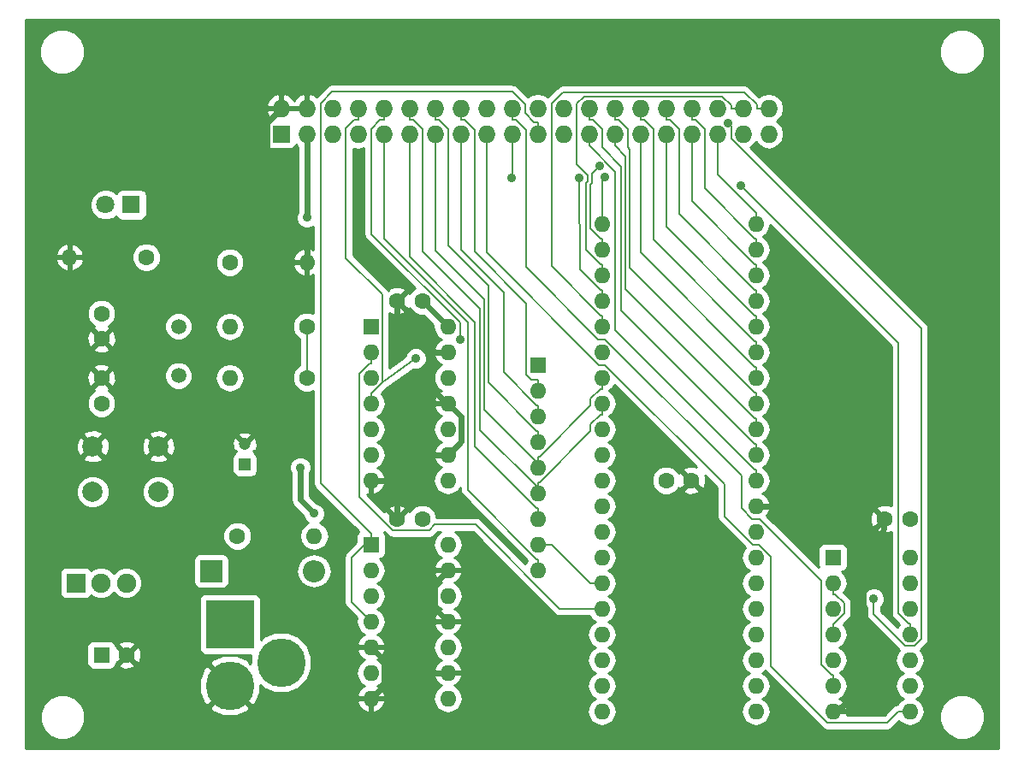
<source format=gbl>
G04 #@! TF.FileFunction,Copper,L2,Bot,Signal*
%FSLAX46Y46*%
G04 Gerber Fmt 4.6, Leading zero omitted, Abs format (unit mm)*
G04 Created by KiCad (PCBNEW 4.0.7) date *
%MOMM*%
%LPD*%
G01*
G04 APERTURE LIST*
%ADD10C,0.100000*%
%ADD11C,1.600000*%
%ADD12R,1.200000X1.200000*%
%ADD13C,1.200000*%
%ADD14R,1.600000X1.600000*%
%ADD15R,2.200000X2.200000*%
%ADD16O,2.200000X2.200000*%
%ADD17R,1.727200X1.727200*%
%ADD18O,1.727200X1.727200*%
%ADD19C,4.800600*%
%ADD20R,4.800600X4.800600*%
%ADD21O,1.600000X1.600000*%
%ADD22R,1.900000X1.900000*%
%ADD23C,1.900000*%
%ADD24C,2.000000*%
%ADD25C,1.500000*%
%ADD26R,1.800000X1.800000*%
%ADD27C,1.800000*%
%ADD28C,0.889000*%
%ADD29C,0.609600*%
%ADD30C,0.203200*%
%ADD31C,0.254000*%
G04 APERTURE END LIST*
D10*
D11*
X129540000Y-104140000D03*
X132040000Y-104140000D03*
D12*
X87850000Y-102560000D03*
D13*
X87850000Y-100560000D03*
D11*
X105410000Y-86360000D03*
X102910000Y-86360000D03*
X153670000Y-107950000D03*
X151170000Y-107950000D03*
X105410000Y-107950000D03*
X102910000Y-107950000D03*
X73660000Y-87630000D03*
X73660000Y-90130000D03*
X73660000Y-96520000D03*
X73660000Y-94020000D03*
D14*
X73660000Y-121412000D03*
D11*
X76160000Y-121412000D03*
D15*
X84540000Y-113110000D03*
D16*
X94700000Y-113110000D03*
D17*
X91440000Y-69850000D03*
D18*
X91440000Y-67310000D03*
X93980000Y-69850000D03*
X93980000Y-67310000D03*
X96520000Y-69850000D03*
X96520000Y-67310000D03*
X99060000Y-69850000D03*
X99060000Y-67310000D03*
X101600000Y-69850000D03*
X101600000Y-67310000D03*
X104140000Y-69850000D03*
X104140000Y-67310000D03*
X106680000Y-69850000D03*
X106680000Y-67310000D03*
X109220000Y-69850000D03*
X109220000Y-67310000D03*
X111760000Y-69850000D03*
X111760000Y-67310000D03*
X114300000Y-69850000D03*
X114300000Y-67310000D03*
X116840000Y-69850000D03*
X116840000Y-67310000D03*
X119380000Y-69850000D03*
X119380000Y-67310000D03*
X121920000Y-69850000D03*
X121920000Y-67310000D03*
X124460000Y-69850000D03*
X124460000Y-67310000D03*
X127000000Y-69850000D03*
X127000000Y-67310000D03*
X129540000Y-69850000D03*
X129540000Y-67310000D03*
X132080000Y-69850000D03*
X132080000Y-67310000D03*
X134620000Y-69850000D03*
X134620000Y-67310000D03*
X137160000Y-69850000D03*
X137160000Y-67310000D03*
X139700000Y-69850000D03*
X139700000Y-67310000D03*
D19*
X86360000Y-124460000D03*
D20*
X86360000Y-118364000D03*
D19*
X91440000Y-122174000D03*
D11*
X86360000Y-82550000D03*
D21*
X93980000Y-82550000D03*
D11*
X87100000Y-109650000D03*
D21*
X94720000Y-109650000D03*
D11*
X93980000Y-88900000D03*
D21*
X86360000Y-88900000D03*
D11*
X93980000Y-93980000D03*
D21*
X86360000Y-93980000D03*
D14*
X116840000Y-92710000D03*
D21*
X116840000Y-95250000D03*
X116840000Y-97790000D03*
X116840000Y-100330000D03*
X116840000Y-102870000D03*
X116840000Y-105410000D03*
X116840000Y-107950000D03*
X116840000Y-110490000D03*
X116840000Y-113030000D03*
D22*
X71120000Y-114300000D03*
D23*
X73620000Y-114300000D03*
X76120000Y-114300000D03*
D24*
X72800000Y-105280000D03*
X72800000Y-100780000D03*
X79300000Y-105280000D03*
X79300000Y-100780000D03*
D21*
X123190000Y-78740000D03*
X123190000Y-81280000D03*
X123190000Y-83820000D03*
X123190000Y-86360000D03*
X123190000Y-88900000D03*
X123190000Y-91440000D03*
X123190000Y-93980000D03*
X123190000Y-96520000D03*
X123190000Y-99060000D03*
X123190000Y-101600000D03*
X123190000Y-104140000D03*
X123190000Y-106680000D03*
X123190000Y-109220000D03*
X123190000Y-111760000D03*
X123190000Y-114300000D03*
X123190000Y-116840000D03*
X123190000Y-119380000D03*
X123190000Y-121920000D03*
X123190000Y-124460000D03*
X123190000Y-127000000D03*
X138430000Y-127000000D03*
X138430000Y-124460000D03*
X138430000Y-121920000D03*
X138430000Y-119380000D03*
X138430000Y-116840000D03*
X138430000Y-114300000D03*
X138430000Y-111760000D03*
X138430000Y-109220000D03*
X138430000Y-106680000D03*
X138430000Y-104140000D03*
X138430000Y-101600000D03*
X138430000Y-99060000D03*
X138430000Y-96520000D03*
X138430000Y-93980000D03*
X138430000Y-91440000D03*
X138430000Y-88900000D03*
X138430000Y-86360000D03*
X138430000Y-83820000D03*
X138430000Y-81280000D03*
X138430000Y-78740000D03*
D14*
X100330000Y-110490000D03*
D21*
X107950000Y-125730000D03*
X100330000Y-113030000D03*
X107950000Y-123190000D03*
X100330000Y-115570000D03*
X107950000Y-120650000D03*
X100330000Y-118110000D03*
X107950000Y-118110000D03*
X100330000Y-120650000D03*
X107950000Y-115570000D03*
X100330000Y-123190000D03*
X107950000Y-113030000D03*
X100330000Y-125730000D03*
X107950000Y-110490000D03*
D14*
X100330000Y-88900000D03*
D21*
X107950000Y-104140000D03*
X100330000Y-91440000D03*
X107950000Y-101600000D03*
X100330000Y-93980000D03*
X107950000Y-99060000D03*
X100330000Y-96520000D03*
X107950000Y-96520000D03*
X100330000Y-99060000D03*
X107950000Y-93980000D03*
X100330000Y-101600000D03*
X107950000Y-91440000D03*
X100330000Y-104140000D03*
X107950000Y-88900000D03*
D14*
X146050000Y-111760000D03*
D21*
X153670000Y-127000000D03*
X146050000Y-114300000D03*
X153670000Y-124460000D03*
X146050000Y-116840000D03*
X153670000Y-121920000D03*
X146050000Y-119380000D03*
X153670000Y-119380000D03*
X146050000Y-121920000D03*
X153670000Y-116840000D03*
X146050000Y-124460000D03*
X153670000Y-114300000D03*
X146050000Y-127000000D03*
X153670000Y-111760000D03*
D25*
X81280000Y-88900000D03*
X81280000Y-93780000D03*
D26*
X76620000Y-76850000D03*
D27*
X74080000Y-76850000D03*
D11*
X78110000Y-82060000D03*
D21*
X70490000Y-82060000D03*
D28*
X94000000Y-78120000D03*
X94720000Y-107420000D03*
X93345000Y-102870000D03*
X104775000Y-92075000D03*
X109162000Y-90170000D03*
X150097000Y-115876000D03*
X135700000Y-68769700D03*
X114270000Y-74160000D03*
X136986000Y-74966700D03*
X123458000Y-74088300D03*
X122938000Y-73055300D03*
X120904000Y-74168000D03*
D29*
X94000000Y-71091314D02*
X94000000Y-78120000D01*
X93980000Y-69850000D02*
X93980000Y-71071314D01*
X93980000Y-71071314D02*
X94000000Y-71091314D01*
X105410000Y-86360000D02*
X107950000Y-88900000D01*
X90068000Y-77329700D02*
X90068000Y-75750000D01*
X90068000Y-75750000D02*
X90068000Y-68682000D01*
X107950000Y-91440000D02*
X106388000Y-91440000D01*
X106388000Y-95211700D02*
X106388000Y-91440000D01*
X107950000Y-96520000D02*
X106388000Y-95211700D01*
X102910000Y-87708300D02*
X102910000Y-86360000D01*
X106388000Y-91440000D02*
X102910000Y-87708300D01*
X109268000Y-97837900D02*
X107950000Y-96520000D01*
X109268000Y-100282000D02*
X109268000Y-97837900D01*
X107950000Y-101600000D02*
X109268000Y-100282000D01*
X90068000Y-68682000D02*
X91440000Y-67310000D01*
X93980000Y-81241700D02*
X90068000Y-77329700D01*
X93980000Y-82550000D02*
X93980000Y-81241700D01*
X101638000Y-104140000D02*
X102870000Y-105372000D01*
X100330000Y-104140000D02*
X101638000Y-104140000D01*
X102910000Y-105412000D02*
X102870000Y-105372000D01*
X102910000Y-107950000D02*
X102910000Y-105412000D01*
X106642000Y-101600000D02*
X107950000Y-101600000D01*
X102870000Y-105372000D02*
X106642000Y-101600000D01*
X149080000Y-125240000D02*
X149080000Y-109404000D01*
X146050000Y-127000000D02*
X149080000Y-125240000D01*
X150986000Y-109404000D02*
X149080000Y-109404000D01*
X151170000Y-107950000D02*
X150986000Y-109404000D01*
X139738000Y-106680000D02*
X138430000Y-106680000D01*
X142462000Y-109404000D02*
X139738000Y-106680000D01*
X149080000Y-109404000D02*
X142462000Y-109404000D01*
X106641000Y-116801000D02*
X107950000Y-118110000D01*
X106641000Y-114339000D02*
X106641000Y-116801000D01*
X107950000Y-113030000D02*
X106641000Y-114339000D01*
X101644000Y-123190000D02*
X107950000Y-123190000D01*
X101644000Y-121964000D02*
X101644000Y-123190000D01*
X100330000Y-120650000D02*
X101644000Y-121964000D01*
X101644000Y-124416000D02*
X100330000Y-125730000D01*
X101644000Y-123190000D02*
X101644000Y-124416000D01*
X93345000Y-106045000D02*
X93345000Y-102870000D01*
X94720000Y-107420000D02*
X93345000Y-106045000D01*
D30*
X101435200Y-94398800D02*
X104775000Y-92075000D01*
X101435200Y-94447800D02*
X101435200Y-94398800D01*
X98696800Y-68478700D02*
X99060000Y-68478700D01*
X97869400Y-69306100D02*
X98696800Y-68478700D01*
X97869400Y-82130900D02*
X97869400Y-69306100D01*
X101435200Y-85696700D02*
X97869400Y-82130900D01*
X101435200Y-94447800D02*
X101435200Y-85696700D01*
X100468100Y-95414900D02*
X101435200Y-94447800D01*
X100330000Y-95414900D02*
X100468100Y-95414900D01*
X100330000Y-96520000D02*
X100330000Y-95414900D01*
X99060000Y-67310000D02*
X99060000Y-68478700D01*
X101600000Y-80232100D02*
X101600000Y-69850000D01*
X109912000Y-88544200D02*
X101600000Y-80232100D01*
X109912000Y-105126000D02*
X109912000Y-88544200D01*
X116712000Y-111925000D02*
X109912000Y-105126000D01*
X116840000Y-111925000D02*
X116712000Y-111925000D01*
X116840000Y-113030000D02*
X116840000Y-111925000D01*
X122085000Y-114300000D02*
X123190000Y-114300000D01*
X118275000Y-110490000D02*
X122085000Y-114300000D01*
X116840000Y-110490000D02*
X118275000Y-110490000D01*
X109162000Y-88549500D02*
X109162000Y-90170000D01*
X100381000Y-79768300D02*
X109162000Y-88549500D01*
X100381000Y-69334200D02*
X100381000Y-79768300D01*
X101237000Y-68478700D02*
X100381000Y-69334200D01*
X101600000Y-68478700D02*
X101237000Y-68478700D01*
X101600000Y-67310000D02*
X101600000Y-68478700D01*
X104140000Y-82010900D02*
X104140000Y-69850000D01*
X110630000Y-88501200D02*
X104140000Y-82010900D01*
X110630000Y-100773000D02*
X110630000Y-88501200D01*
X116702000Y-106845000D02*
X110630000Y-100773000D01*
X116840000Y-106845000D02*
X116702000Y-106845000D01*
X116840000Y-107950000D02*
X116840000Y-106845000D01*
X116840000Y-104305000D02*
X116840000Y-104857000D01*
X117069000Y-104305000D02*
X116840000Y-104305000D01*
X122085000Y-99289000D02*
X117069000Y-104305000D01*
X122085000Y-98591900D02*
X122085000Y-99289000D01*
X123052000Y-97625100D02*
X122085000Y-98591900D01*
X123190000Y-97625100D02*
X123052000Y-97625100D01*
X123190000Y-96520000D02*
X123190000Y-97625100D01*
X111120000Y-99137600D02*
X116840000Y-104857000D01*
X111120000Y-87175800D02*
X111120000Y-99137600D01*
X105410000Y-81465600D02*
X111120000Y-87175800D01*
X105410000Y-69385500D02*
X105410000Y-81465600D01*
X104503000Y-68478700D02*
X105410000Y-69385500D01*
X104140000Y-68478700D02*
X104503000Y-68478700D01*
X104140000Y-67310000D02*
X104140000Y-68478700D01*
X116840000Y-105410000D02*
X116840000Y-104857000D01*
X116840000Y-102870000D02*
X116840000Y-102438000D01*
X123190000Y-95085100D02*
X123190000Y-93980000D01*
X123052000Y-95085100D02*
X123190000Y-95085100D01*
X122085000Y-96051900D02*
X123052000Y-95085100D01*
X122085000Y-96749000D02*
X122085000Y-96051900D01*
X117069000Y-101765000D02*
X122085000Y-96749000D01*
X116840000Y-101765000D02*
X117069000Y-101765000D01*
X116840000Y-102438000D02*
X116840000Y-101765000D01*
X106680000Y-81366700D02*
X106680000Y-69850000D01*
X111527000Y-86213700D02*
X106680000Y-81366700D01*
X111527000Y-97124800D02*
X111527000Y-86213700D01*
X116840000Y-102438000D02*
X111527000Y-97124800D01*
X116840000Y-99224900D02*
X116840000Y-100330000D01*
X116702000Y-99224900D02*
X116840000Y-99224900D01*
X111934000Y-94456800D02*
X116702000Y-99224900D01*
X111934000Y-84844700D02*
X111934000Y-94456800D01*
X107950000Y-80860900D02*
X111934000Y-84844700D01*
X107950000Y-69385500D02*
X107950000Y-80860900D01*
X107043000Y-68478700D02*
X107950000Y-69385500D01*
X106680000Y-68478700D02*
X107043000Y-68478700D01*
X106680000Y-67310000D02*
X106680000Y-68478700D01*
X109220000Y-81332600D02*
X109220000Y-69850000D01*
X113460000Y-85573100D02*
X109220000Y-81332600D01*
X113460000Y-93443500D02*
X113460000Y-85573100D01*
X116702000Y-96684900D02*
X113460000Y-93443500D01*
X116840000Y-96684900D02*
X116702000Y-96684900D01*
X116840000Y-97790000D02*
X116840000Y-96684900D01*
X116840000Y-94144900D02*
X116840000Y-95250000D01*
X116236000Y-94144900D02*
X116840000Y-94144900D01*
X115735000Y-93644200D02*
X116236000Y-94144900D01*
X115735000Y-86642300D02*
X115735000Y-93644200D01*
X110591000Y-81498600D02*
X115735000Y-86642300D01*
X110591000Y-69486700D02*
X110591000Y-81498600D01*
X109583000Y-68478700D02*
X110591000Y-69486700D01*
X109220000Y-68478700D02*
X109583000Y-68478700D01*
X109220000Y-67310000D02*
X109220000Y-68478700D01*
X111760000Y-81586200D02*
X111760000Y-69850000D01*
X122884000Y-92710000D02*
X111760000Y-81586200D01*
X123490000Y-92710000D02*
X122884000Y-92710000D01*
X135327000Y-104547000D02*
X123490000Y-92710000D01*
X135327000Y-107691000D02*
X135327000Y-104547000D01*
X138126000Y-110490000D02*
X135327000Y-107691000D01*
X138736000Y-110490000D02*
X138126000Y-110490000D01*
X139940000Y-111694000D02*
X138736000Y-110490000D01*
X139940000Y-122531000D02*
X139940000Y-111694000D01*
X145538000Y-128129000D02*
X139940000Y-122531000D01*
X151436000Y-128129000D02*
X145538000Y-128129000D01*
X152565000Y-127000000D02*
X151436000Y-128129000D01*
X153670000Y-127000000D02*
X152565000Y-127000000D01*
X135991000Y-69060700D02*
X135700000Y-68769700D01*
X135991000Y-70334100D02*
X135991000Y-69060700D01*
X154777000Y-89119700D02*
X135991000Y-70334100D01*
X154777000Y-119841000D02*
X154777000Y-89119700D01*
X154120000Y-120499000D02*
X154777000Y-119841000D01*
X153189000Y-120499000D02*
X154120000Y-120499000D01*
X150097000Y-117406000D02*
X153189000Y-120499000D01*
X150097000Y-115876000D02*
X150097000Y-117406000D01*
X114300000Y-74130000D02*
X114270000Y-74160000D01*
X114300000Y-69850000D02*
X114300000Y-74130000D01*
X153670000Y-119380000D02*
X153670000Y-118275000D01*
X153670000Y-118275000D02*
X153532000Y-118275000D01*
X153532000Y-118275000D02*
X152565000Y-117308000D01*
X152565000Y-117308000D02*
X152565000Y-90545500D01*
X152565000Y-90545500D02*
X136986000Y-74966700D01*
X146050000Y-123355000D02*
X146050000Y-124460000D01*
X145912000Y-123355000D02*
X146050000Y-123355000D01*
X144945000Y-122388000D02*
X145912000Y-123355000D01*
X144945000Y-114110000D02*
X144945000Y-122388000D01*
X138785000Y-107950000D02*
X144945000Y-114110000D01*
X138075000Y-107950000D02*
X138785000Y-107950000D01*
X137015000Y-106890000D02*
X138075000Y-107950000D01*
X137015000Y-103681000D02*
X137015000Y-106890000D01*
X123505000Y-90170000D02*
X137015000Y-103681000D01*
X122828000Y-90170000D02*
X123505000Y-90170000D01*
X115671000Y-83013500D02*
X122828000Y-90170000D01*
X115671000Y-69486700D02*
X115671000Y-83013500D01*
X114663000Y-68478700D02*
X115671000Y-69486700D01*
X114300000Y-68478700D02*
X114663000Y-68478700D01*
X114300000Y-67310000D02*
X114300000Y-68478700D01*
X100330000Y-110490000D02*
X99695000Y-110490000D01*
X99695000Y-110490000D02*
X98425000Y-111760000D01*
X98425000Y-116205000D02*
X100330000Y-118110000D01*
X98425000Y-111760000D02*
X98425000Y-116205000D01*
X100330000Y-109385000D02*
X100330000Y-110490000D01*
X95346300Y-104401000D02*
X100330000Y-109385000D01*
X95346300Y-66815400D02*
X95346300Y-104401000D01*
X96510400Y-65651300D02*
X95346300Y-66815400D01*
X114324000Y-65651300D02*
X96510400Y-65651300D01*
X115570000Y-66896800D02*
X114324000Y-65651300D01*
X115570000Y-67774500D02*
X115570000Y-66896800D01*
X116477000Y-68681300D02*
X115570000Y-67774500D01*
X116840000Y-68681300D02*
X116477000Y-68681300D01*
X116840000Y-69850000D02*
X116840000Y-68681300D01*
X100330000Y-110325000D02*
X100192000Y-110325000D01*
X100330000Y-110490000D02*
X100330000Y-110325000D01*
X121920000Y-71018700D02*
X121920000Y-69850000D01*
X121962000Y-71018700D02*
X121920000Y-71018700D01*
X124537000Y-73593700D02*
X121962000Y-71018700D01*
X124537000Y-89279700D02*
X124537000Y-73593700D01*
X138292000Y-103035000D02*
X124537000Y-89279700D01*
X138430000Y-103035000D02*
X138292000Y-103035000D01*
X138430000Y-104140000D02*
X138430000Y-103035000D01*
X138430000Y-100495000D02*
X138430000Y-101600000D01*
X138292000Y-100495000D02*
X138430000Y-100495000D01*
X125120000Y-87322900D02*
X138292000Y-100495000D01*
X125120000Y-73106500D02*
X125120000Y-87322900D01*
X123190000Y-71176600D02*
X125120000Y-73106500D01*
X123190000Y-69385500D02*
X123190000Y-71176600D01*
X122283000Y-68478700D02*
X123190000Y-69385500D01*
X121920000Y-68478700D02*
X122283000Y-68478700D01*
X121920000Y-67310000D02*
X121920000Y-68478700D01*
X138430000Y-97954900D02*
X138430000Y-99060000D01*
X138292000Y-97954900D02*
X138430000Y-97954900D01*
X125527000Y-85189700D02*
X138292000Y-97954900D01*
X125527000Y-72085400D02*
X125527000Y-85189700D01*
X124460000Y-71018700D02*
X125527000Y-72085400D01*
X124460000Y-69850000D02*
X124460000Y-71018700D01*
X138430000Y-95414900D02*
X138430000Y-96520000D01*
X138292000Y-95414900D02*
X138430000Y-95414900D01*
X125959000Y-83081600D02*
X138292000Y-95414900D01*
X125959000Y-71405300D02*
X125959000Y-83081600D01*
X125730000Y-71176700D02*
X125959000Y-71405300D01*
X125730000Y-69385500D02*
X125730000Y-71176700D01*
X124823000Y-68478700D02*
X125730000Y-69385500D01*
X124460000Y-68478700D02*
X124823000Y-68478700D01*
X124460000Y-67310000D02*
X124460000Y-68478700D01*
X127000000Y-81583000D02*
X127000000Y-69850000D01*
X138292000Y-92874900D02*
X127000000Y-81583000D01*
X138430000Y-92874900D02*
X138292000Y-92874900D01*
X138430000Y-93980000D02*
X138430000Y-92874900D01*
X138430000Y-90334900D02*
X138430000Y-91440000D01*
X138292000Y-90334900D02*
X138430000Y-90334900D01*
X128270000Y-80313000D02*
X138292000Y-90334900D01*
X128270000Y-69385500D02*
X128270000Y-80313000D01*
X127363000Y-68478700D02*
X128270000Y-69385500D01*
X127000000Y-68478700D02*
X127363000Y-68478700D01*
X127000000Y-67310000D02*
X127000000Y-68478700D01*
X129540000Y-79043000D02*
X129540000Y-69850000D01*
X138292000Y-87794900D02*
X129540000Y-79043000D01*
X138430000Y-87794900D02*
X138292000Y-87794900D01*
X138430000Y-88900000D02*
X138430000Y-87794900D01*
X138430000Y-85254900D02*
X138430000Y-86360000D01*
X138292000Y-85254900D02*
X138430000Y-85254900D01*
X130810000Y-77773000D02*
X138292000Y-85254900D01*
X130810000Y-69385500D02*
X130810000Y-77773000D01*
X129903000Y-68478700D02*
X130810000Y-69385500D01*
X129540000Y-68478700D02*
X129903000Y-68478700D01*
X129540000Y-67310000D02*
X129540000Y-68478700D01*
X132080000Y-76503000D02*
X132080000Y-69850000D01*
X138292000Y-82714900D02*
X132080000Y-76503000D01*
X138430000Y-82714900D02*
X138292000Y-82714900D01*
X138430000Y-83820000D02*
X138430000Y-82714900D01*
X138430000Y-80174900D02*
X138430000Y-81280000D01*
X138292000Y-80174900D02*
X138430000Y-80174900D01*
X133350000Y-75233000D02*
X138292000Y-80174900D01*
X133350000Y-69385500D02*
X133350000Y-75233000D01*
X132443000Y-68478700D02*
X133350000Y-69385500D01*
X132080000Y-68478700D02*
X132443000Y-68478700D01*
X132080000Y-67310000D02*
X132080000Y-68478700D01*
X134620000Y-73824900D02*
X134620000Y-69850000D01*
X138430000Y-77634900D02*
X134620000Y-73824900D01*
X138430000Y-78740000D02*
X138430000Y-77634900D01*
X123190000Y-74356000D02*
X123190000Y-78740000D01*
X123458000Y-74088300D02*
X123190000Y-74356000D01*
X122204000Y-73789500D02*
X122938000Y-73055300D01*
X122204000Y-74708200D02*
X122204000Y-73789500D01*
X122056000Y-74856400D02*
X122204000Y-74708200D01*
X122056000Y-79178700D02*
X122056000Y-74856400D01*
X123052000Y-80174900D02*
X122056000Y-79178700D01*
X123190000Y-80174900D02*
X123052000Y-80174900D01*
X123190000Y-81280000D02*
X123190000Y-80174900D01*
X135991000Y-67310000D02*
X137160000Y-67310000D01*
X135991000Y-67017800D02*
X135991000Y-67310000D01*
X135110000Y-66136000D02*
X135991000Y-67017800D01*
X121426000Y-66136000D02*
X135110000Y-66136000D01*
X120714000Y-66848200D02*
X121426000Y-66136000D01*
X120714000Y-72835400D02*
X120714000Y-66848200D01*
X121797000Y-73918600D02*
X120714000Y-72835400D01*
X121797000Y-74539700D02*
X121797000Y-73918600D01*
X121610000Y-74727000D02*
X121797000Y-74539700D01*
X121610000Y-81273000D02*
X121610000Y-74727000D01*
X123052000Y-82714900D02*
X121610000Y-81273000D01*
X123190000Y-82714900D02*
X123052000Y-82714900D01*
X123190000Y-83820000D02*
X123190000Y-82714900D01*
X121048000Y-83250600D02*
X120904000Y-74168000D01*
X123052000Y-85254900D02*
X121048000Y-83250600D01*
X123190000Y-85254900D02*
X123052000Y-85254900D01*
X123190000Y-86360000D02*
X123190000Y-85254900D01*
X123190000Y-87794900D02*
X123190000Y-88900000D01*
X123052000Y-87794900D02*
X123190000Y-87794900D01*
X118197000Y-82940300D02*
X123052000Y-87794900D01*
X118197000Y-66835400D02*
X118197000Y-82940300D01*
X119317000Y-65715400D02*
X118197000Y-66835400D01*
X137300000Y-65715400D02*
X119317000Y-65715400D01*
X138531000Y-66946800D02*
X137300000Y-65715400D01*
X138531000Y-67310000D02*
X138531000Y-66946800D01*
X139700000Y-67310000D02*
X138531000Y-67310000D01*
X93980000Y-93980000D02*
X93980000Y-88900000D01*
X119036000Y-116840000D02*
X123190000Y-116840000D01*
X110724000Y-108528000D02*
X119036000Y-116840000D01*
X106642000Y-108528000D02*
X110724000Y-108528000D01*
X106090000Y-109080000D02*
X106642000Y-108528000D01*
X102468000Y-109080000D02*
X106090000Y-109080000D01*
X99162600Y-105775000D02*
X102468000Y-109080000D01*
X99162600Y-93574400D02*
X99162600Y-105775000D01*
X100192000Y-92545100D02*
X99162600Y-93574400D01*
X100330000Y-92545100D02*
X100192000Y-92545100D01*
X100330000Y-91440000D02*
X100330000Y-92545100D01*
X146050000Y-118275000D02*
X146050000Y-119380000D01*
X146188000Y-118275000D02*
X146050000Y-118275000D01*
X147157000Y-117306000D02*
X146188000Y-118275000D01*
X147157000Y-116283000D02*
X147157000Y-117306000D01*
X146279000Y-115405000D02*
X147157000Y-116283000D01*
X146050000Y-115405000D02*
X146279000Y-115405000D01*
X146050000Y-114300000D02*
X146050000Y-115405000D01*
D31*
G36*
X162433000Y-130683000D02*
X66167000Y-130683000D01*
X66167000Y-128017619D01*
X67564613Y-128017619D01*
X67904155Y-128839372D01*
X68532321Y-129468636D01*
X69353481Y-129809611D01*
X70242619Y-129810387D01*
X71064372Y-129470845D01*
X71693636Y-128842679D01*
X72034611Y-128021519D01*
X72035387Y-127132381D01*
X71825302Y-126623936D01*
X84375670Y-126623936D01*
X84645221Y-127036257D01*
X85761642Y-127496369D01*
X86969157Y-127494221D01*
X88074779Y-127036257D01*
X88344330Y-126623936D01*
X86360000Y-124639605D01*
X84375670Y-126623936D01*
X71825302Y-126623936D01*
X71695845Y-126310628D01*
X71067679Y-125681364D01*
X70246519Y-125340389D01*
X69357381Y-125339613D01*
X68535628Y-125679155D01*
X67906364Y-126307321D01*
X67565389Y-127128481D01*
X67564613Y-128017619D01*
X66167000Y-128017619D01*
X66167000Y-123861642D01*
X83323631Y-123861642D01*
X83325779Y-125069157D01*
X83783743Y-126174779D01*
X84196064Y-126444330D01*
X86180395Y-124460000D01*
X84196064Y-122475670D01*
X83783743Y-122745221D01*
X83323631Y-123861642D01*
X66167000Y-123861642D01*
X66167000Y-120612000D01*
X72212560Y-120612000D01*
X72212560Y-122212000D01*
X72256838Y-122447317D01*
X72395910Y-122663441D01*
X72608110Y-122808431D01*
X72860000Y-122859440D01*
X74460000Y-122859440D01*
X74695317Y-122815162D01*
X74911441Y-122676090D01*
X75056431Y-122463890D01*
X75065370Y-122419745D01*
X75331861Y-122419745D01*
X75405995Y-122665864D01*
X75943223Y-122858965D01*
X76513454Y-122831778D01*
X76914005Y-122665864D01*
X76988139Y-122419745D01*
X76160000Y-121591605D01*
X75331861Y-122419745D01*
X75065370Y-122419745D01*
X75104646Y-122225799D01*
X75152255Y-122240139D01*
X75980395Y-121412000D01*
X76339605Y-121412000D01*
X77167745Y-122240139D01*
X77413864Y-122166005D01*
X77606965Y-121628777D01*
X77579778Y-121058546D01*
X77413864Y-120657995D01*
X77167745Y-120583861D01*
X76339605Y-121412000D01*
X75980395Y-121412000D01*
X75152255Y-120583861D01*
X75104833Y-120598145D01*
X75068351Y-120404255D01*
X75331861Y-120404255D01*
X76160000Y-121232395D01*
X76988139Y-120404255D01*
X76914005Y-120158136D01*
X76376777Y-119965035D01*
X75806546Y-119992222D01*
X75405995Y-120158136D01*
X75331861Y-120404255D01*
X75068351Y-120404255D01*
X75063162Y-120376683D01*
X74924090Y-120160559D01*
X74711890Y-120015569D01*
X74460000Y-119964560D01*
X72860000Y-119964560D01*
X72624683Y-120008838D01*
X72408559Y-120147910D01*
X72263569Y-120360110D01*
X72212560Y-120612000D01*
X66167000Y-120612000D01*
X66167000Y-115963700D01*
X83312260Y-115963700D01*
X83312260Y-120764300D01*
X83356538Y-120999617D01*
X83495610Y-121215741D01*
X83707810Y-121360731D01*
X83959700Y-121411740D01*
X88469944Y-121411740D01*
X88405228Y-121567593D01*
X88404645Y-122235747D01*
X88344329Y-122296063D01*
X88074779Y-121883743D01*
X86958358Y-121423631D01*
X85750843Y-121425779D01*
X84645221Y-121883743D01*
X84375670Y-122296064D01*
X86360000Y-124280395D01*
X86374142Y-124266252D01*
X86553748Y-124445858D01*
X86539605Y-124460000D01*
X88523936Y-126444330D01*
X88936257Y-126174779D01*
X88975714Y-126079039D01*
X98938096Y-126079039D01*
X99098959Y-126467423D01*
X99474866Y-126882389D01*
X99980959Y-127121914D01*
X100203000Y-127000629D01*
X100203000Y-125857000D01*
X100457000Y-125857000D01*
X100457000Y-127000629D01*
X100679041Y-127121914D01*
X101185134Y-126882389D01*
X101561041Y-126467423D01*
X101721904Y-126079039D01*
X101599915Y-125857000D01*
X100457000Y-125857000D01*
X100203000Y-125857000D01*
X99060085Y-125857000D01*
X98938096Y-126079039D01*
X88975714Y-126079039D01*
X89119564Y-125730000D01*
X106486887Y-125730000D01*
X106596120Y-126279151D01*
X106907189Y-126744698D01*
X107372736Y-127055767D01*
X107921887Y-127165000D01*
X107978113Y-127165000D01*
X108527264Y-127055767D01*
X108992811Y-126744698D01*
X109303880Y-126279151D01*
X109413113Y-125730000D01*
X109303880Y-125180849D01*
X108992811Y-124715302D01*
X108588297Y-124445014D01*
X108805134Y-124342389D01*
X109181041Y-123927423D01*
X109341904Y-123539039D01*
X109219915Y-123317000D01*
X108077000Y-123317000D01*
X108077000Y-123337000D01*
X107823000Y-123337000D01*
X107823000Y-123317000D01*
X106680085Y-123317000D01*
X106558096Y-123539039D01*
X106718959Y-123927423D01*
X107094866Y-124342389D01*
X107311703Y-124445014D01*
X106907189Y-124715302D01*
X106596120Y-125180849D01*
X106486887Y-125730000D01*
X89119564Y-125730000D01*
X89396369Y-125058358D01*
X89395237Y-124421978D01*
X89718396Y-124745702D01*
X90833593Y-125208772D01*
X92041110Y-125209826D01*
X93157113Y-124748702D01*
X94011702Y-123895604D01*
X94304694Y-123190000D01*
X98866887Y-123190000D01*
X98976120Y-123739151D01*
X99287189Y-124204698D01*
X99691703Y-124474986D01*
X99474866Y-124577611D01*
X99098959Y-124992577D01*
X98938096Y-125380961D01*
X99060085Y-125603000D01*
X100203000Y-125603000D01*
X100203000Y-125583000D01*
X100457000Y-125583000D01*
X100457000Y-125603000D01*
X101599915Y-125603000D01*
X101721904Y-125380961D01*
X101561041Y-124992577D01*
X101185134Y-124577611D01*
X100968297Y-124474986D01*
X101372811Y-124204698D01*
X101683880Y-123739151D01*
X101793113Y-123190000D01*
X101683880Y-122640849D01*
X101372811Y-122175302D01*
X100968297Y-121905014D01*
X101185134Y-121802389D01*
X101561041Y-121387423D01*
X101721904Y-120999039D01*
X101599915Y-120777000D01*
X100457000Y-120777000D01*
X100457000Y-120797000D01*
X100203000Y-120797000D01*
X100203000Y-120777000D01*
X99060085Y-120777000D01*
X98938096Y-120999039D01*
X99098959Y-121387423D01*
X99474866Y-121802389D01*
X99691703Y-121905014D01*
X99287189Y-122175302D01*
X98976120Y-122640849D01*
X98866887Y-123190000D01*
X94304694Y-123190000D01*
X94474772Y-122780407D01*
X94475826Y-121572890D01*
X94094495Y-120650000D01*
X106486887Y-120650000D01*
X106596120Y-121199151D01*
X106907189Y-121664698D01*
X107311703Y-121934986D01*
X107094866Y-122037611D01*
X106718959Y-122452577D01*
X106558096Y-122840961D01*
X106680085Y-123063000D01*
X107823000Y-123063000D01*
X107823000Y-123043000D01*
X108077000Y-123043000D01*
X108077000Y-123063000D01*
X109219915Y-123063000D01*
X109341904Y-122840961D01*
X109181041Y-122452577D01*
X108805134Y-122037611D01*
X108588297Y-121934986D01*
X108992811Y-121664698D01*
X109303880Y-121199151D01*
X109413113Y-120650000D01*
X109303880Y-120100849D01*
X108992811Y-119635302D01*
X108588297Y-119365014D01*
X108805134Y-119262389D01*
X109181041Y-118847423D01*
X109341904Y-118459039D01*
X109219915Y-118237000D01*
X108077000Y-118237000D01*
X108077000Y-118257000D01*
X107823000Y-118257000D01*
X107823000Y-118237000D01*
X106680085Y-118237000D01*
X106558096Y-118459039D01*
X106718959Y-118847423D01*
X107094866Y-119262389D01*
X107311703Y-119365014D01*
X106907189Y-119635302D01*
X106596120Y-120100849D01*
X106486887Y-120650000D01*
X94094495Y-120650000D01*
X94014702Y-120456887D01*
X93161604Y-119602298D01*
X92046407Y-119139228D01*
X90838890Y-119138174D01*
X89722887Y-119599298D01*
X89407740Y-119913895D01*
X89407740Y-115963700D01*
X89363462Y-115728383D01*
X89224390Y-115512259D01*
X89012190Y-115367269D01*
X88760300Y-115316260D01*
X83959700Y-115316260D01*
X83724383Y-115360538D01*
X83508259Y-115499610D01*
X83363269Y-115711810D01*
X83312260Y-115963700D01*
X66167000Y-115963700D01*
X66167000Y-113350000D01*
X69522560Y-113350000D01*
X69522560Y-115250000D01*
X69566838Y-115485317D01*
X69705910Y-115701441D01*
X69918110Y-115846431D01*
X70170000Y-115897440D01*
X72070000Y-115897440D01*
X72305317Y-115853162D01*
X72521441Y-115714090D01*
X72631400Y-115553160D01*
X72720997Y-115642914D01*
X73303341Y-115884724D01*
X73933893Y-115885275D01*
X74516657Y-115644481D01*
X74870226Y-115291529D01*
X75220997Y-115642914D01*
X75803341Y-115884724D01*
X76433893Y-115885275D01*
X77016657Y-115644481D01*
X77462914Y-115199003D01*
X77704724Y-114616659D01*
X77705275Y-113986107D01*
X77464481Y-113403343D01*
X77019003Y-112957086D01*
X76436659Y-112715276D01*
X75806107Y-112714725D01*
X75223343Y-112955519D01*
X74869774Y-113308471D01*
X74519003Y-112957086D01*
X73936659Y-112715276D01*
X73306107Y-112714725D01*
X72723343Y-112955519D01*
X72630428Y-113048272D01*
X72534090Y-112898559D01*
X72321890Y-112753569D01*
X72070000Y-112702560D01*
X70170000Y-112702560D01*
X69934683Y-112746838D01*
X69718559Y-112885910D01*
X69573569Y-113098110D01*
X69522560Y-113350000D01*
X66167000Y-113350000D01*
X66167000Y-112010000D01*
X82792560Y-112010000D01*
X82792560Y-114210000D01*
X82836838Y-114445317D01*
X82975910Y-114661441D01*
X83188110Y-114806431D01*
X83440000Y-114857440D01*
X85640000Y-114857440D01*
X85875317Y-114813162D01*
X86091441Y-114674090D01*
X86236431Y-114461890D01*
X86287440Y-114210000D01*
X86287440Y-113110000D01*
X92931009Y-113110000D01*
X93063078Y-113773956D01*
X93439179Y-114336830D01*
X94002053Y-114712931D01*
X94666009Y-114845000D01*
X94733991Y-114845000D01*
X95397947Y-114712931D01*
X95960821Y-114336830D01*
X96336922Y-113773956D01*
X96468991Y-113110000D01*
X96336922Y-112446044D01*
X95960821Y-111883170D01*
X95397947Y-111507069D01*
X94733991Y-111375000D01*
X94666009Y-111375000D01*
X94002053Y-111507069D01*
X93439179Y-111883170D01*
X93063078Y-112446044D01*
X92931009Y-113110000D01*
X86287440Y-113110000D01*
X86287440Y-112010000D01*
X86243162Y-111774683D01*
X86104090Y-111558559D01*
X85891890Y-111413569D01*
X85640000Y-111362560D01*
X83440000Y-111362560D01*
X83204683Y-111406838D01*
X82988559Y-111545910D01*
X82843569Y-111758110D01*
X82792560Y-112010000D01*
X66167000Y-112010000D01*
X66167000Y-109934187D01*
X85664752Y-109934187D01*
X85882757Y-110461800D01*
X86286077Y-110865824D01*
X86813309Y-111084750D01*
X87384187Y-111085248D01*
X87911800Y-110867243D01*
X88315824Y-110463923D01*
X88534750Y-109936691D01*
X88535248Y-109365813D01*
X88317243Y-108838200D01*
X87913923Y-108434176D01*
X87386691Y-108215250D01*
X86815813Y-108214752D01*
X86288200Y-108432757D01*
X85884176Y-108836077D01*
X85665250Y-109363309D01*
X85664752Y-109934187D01*
X66167000Y-109934187D01*
X66167000Y-105603795D01*
X71164716Y-105603795D01*
X71413106Y-106204943D01*
X71872637Y-106665278D01*
X72473352Y-106914716D01*
X73123795Y-106915284D01*
X73724943Y-106666894D01*
X74185278Y-106207363D01*
X74434716Y-105606648D01*
X74434718Y-105603795D01*
X77664716Y-105603795D01*
X77913106Y-106204943D01*
X78372637Y-106665278D01*
X78973352Y-106914716D01*
X79623795Y-106915284D01*
X80224943Y-106666894D01*
X80685278Y-106207363D01*
X80934716Y-105606648D01*
X80935284Y-104956205D01*
X80686894Y-104355057D01*
X80227363Y-103894722D01*
X79626648Y-103645284D01*
X78976205Y-103644716D01*
X78375057Y-103893106D01*
X77914722Y-104352637D01*
X77665284Y-104953352D01*
X77664716Y-105603795D01*
X74434718Y-105603795D01*
X74435284Y-104956205D01*
X74186894Y-104355057D01*
X73727363Y-103894722D01*
X73126648Y-103645284D01*
X72476205Y-103644716D01*
X71875057Y-103893106D01*
X71414722Y-104352637D01*
X71165284Y-104953352D01*
X71164716Y-105603795D01*
X66167000Y-105603795D01*
X66167000Y-101932532D01*
X71827073Y-101932532D01*
X71925736Y-102199387D01*
X72535461Y-102425908D01*
X73185460Y-102401856D01*
X73674264Y-102199387D01*
X73772927Y-101932532D01*
X78327073Y-101932532D01*
X78425736Y-102199387D01*
X79035461Y-102425908D01*
X79685460Y-102401856D01*
X80174264Y-102199387D01*
X80272927Y-101932532D01*
X79300000Y-100959605D01*
X78327073Y-101932532D01*
X73772927Y-101932532D01*
X72800000Y-100959605D01*
X71827073Y-101932532D01*
X66167000Y-101932532D01*
X66167000Y-100515461D01*
X71154092Y-100515461D01*
X71178144Y-101165460D01*
X71380613Y-101654264D01*
X71647468Y-101752927D01*
X72620395Y-100780000D01*
X72979605Y-100780000D01*
X73952532Y-101752927D01*
X74219387Y-101654264D01*
X74445908Y-101044539D01*
X74426331Y-100515461D01*
X77654092Y-100515461D01*
X77678144Y-101165460D01*
X77880613Y-101654264D01*
X78147468Y-101752927D01*
X79120395Y-100780000D01*
X79479605Y-100780000D01*
X80452532Y-101752927D01*
X80719387Y-101654264D01*
X80945908Y-101044539D01*
X80921856Y-100394540D01*
X80920405Y-100391036D01*
X86602193Y-100391036D01*
X86632518Y-100881413D01*
X86761836Y-101193617D01*
X86987263Y-101243129D01*
X86871570Y-101358822D01*
X86926397Y-101413649D01*
X86798559Y-101495910D01*
X86653569Y-101708110D01*
X86602560Y-101960000D01*
X86602560Y-103160000D01*
X86646838Y-103395317D01*
X86785910Y-103611441D01*
X86998110Y-103756431D01*
X87250000Y-103807440D01*
X88450000Y-103807440D01*
X88685317Y-103763162D01*
X88901441Y-103624090D01*
X89046431Y-103411890D01*
X89097440Y-103160000D01*
X89097440Y-103083784D01*
X92265313Y-103083784D01*
X92405200Y-103422336D01*
X92405200Y-106045000D01*
X92476738Y-106404646D01*
X92680461Y-106709539D01*
X93665385Y-107694463D01*
X93804311Y-108030689D01*
X94107714Y-108334622D01*
X94119724Y-108339609D01*
X93677189Y-108635302D01*
X93366120Y-109100849D01*
X93256887Y-109650000D01*
X93366120Y-110199151D01*
X93677189Y-110664698D01*
X94142736Y-110975767D01*
X94691887Y-111085000D01*
X94748113Y-111085000D01*
X95297264Y-110975767D01*
X95762811Y-110664698D01*
X96073880Y-110199151D01*
X96183113Y-109650000D01*
X96073880Y-109100849D01*
X95762811Y-108635302D01*
X95320630Y-108339845D01*
X95330689Y-108335689D01*
X95634622Y-108032286D01*
X95799313Y-107635668D01*
X95799687Y-107206216D01*
X95635689Y-106809311D01*
X95332286Y-106505378D01*
X94993977Y-106364899D01*
X94284800Y-105655722D01*
X94284800Y-103421651D01*
X94424313Y-103085668D01*
X94424687Y-102656216D01*
X94260689Y-102259311D01*
X93957286Y-101955378D01*
X93560668Y-101790687D01*
X93131216Y-101790313D01*
X92734311Y-101954311D01*
X92430378Y-102257714D01*
X92265687Y-102654332D01*
X92265313Y-103083784D01*
X89097440Y-103083784D01*
X89097440Y-101960000D01*
X89053162Y-101724683D01*
X88914090Y-101508559D01*
X88774245Y-101413007D01*
X88828430Y-101358822D01*
X88712737Y-101243129D01*
X88938164Y-101193617D01*
X89097807Y-100728964D01*
X89067482Y-100238587D01*
X88938164Y-99926383D01*
X88712735Y-99876870D01*
X88029605Y-100560000D01*
X88043748Y-100574143D01*
X87864143Y-100753748D01*
X87850000Y-100739605D01*
X87835858Y-100753748D01*
X87656253Y-100574143D01*
X87670395Y-100560000D01*
X86987265Y-99876870D01*
X86761836Y-99926383D01*
X86602193Y-100391036D01*
X80920405Y-100391036D01*
X80719387Y-99905736D01*
X80452532Y-99807073D01*
X79479605Y-100780000D01*
X79120395Y-100780000D01*
X78147468Y-99807073D01*
X77880613Y-99905736D01*
X77654092Y-100515461D01*
X74426331Y-100515461D01*
X74421856Y-100394540D01*
X74219387Y-99905736D01*
X73952532Y-99807073D01*
X72979605Y-100780000D01*
X72620395Y-100780000D01*
X71647468Y-99807073D01*
X71380613Y-99905736D01*
X71154092Y-100515461D01*
X66167000Y-100515461D01*
X66167000Y-99627468D01*
X71827073Y-99627468D01*
X72800000Y-100600395D01*
X73772927Y-99627468D01*
X78327073Y-99627468D01*
X79300000Y-100600395D01*
X80203130Y-99697265D01*
X87166870Y-99697265D01*
X87850000Y-100380395D01*
X88533130Y-99697265D01*
X88483617Y-99471836D01*
X88018964Y-99312193D01*
X87528587Y-99342518D01*
X87216383Y-99471836D01*
X87166870Y-99697265D01*
X80203130Y-99697265D01*
X80272927Y-99627468D01*
X80174264Y-99360613D01*
X79564539Y-99134092D01*
X78914540Y-99158144D01*
X78425736Y-99360613D01*
X78327073Y-99627468D01*
X73772927Y-99627468D01*
X73674264Y-99360613D01*
X73064539Y-99134092D01*
X72414540Y-99158144D01*
X71925736Y-99360613D01*
X71827073Y-99627468D01*
X66167000Y-99627468D01*
X66167000Y-96804187D01*
X72224752Y-96804187D01*
X72442757Y-97331800D01*
X72846077Y-97735824D01*
X73373309Y-97954750D01*
X73944187Y-97955248D01*
X74471800Y-97737243D01*
X74875824Y-97333923D01*
X75094750Y-96806691D01*
X75095248Y-96235813D01*
X74877243Y-95708200D01*
X74473923Y-95304176D01*
X74407456Y-95276577D01*
X74414005Y-95273864D01*
X74488139Y-95027745D01*
X73660000Y-94199605D01*
X72831861Y-95027745D01*
X72905995Y-95273864D01*
X72912483Y-95276196D01*
X72848200Y-95302757D01*
X72444176Y-95706077D01*
X72225250Y-96233309D01*
X72224752Y-96804187D01*
X66167000Y-96804187D01*
X66167000Y-93803223D01*
X72213035Y-93803223D01*
X72240222Y-94373454D01*
X72406136Y-94774005D01*
X72652255Y-94848139D01*
X73480395Y-94020000D01*
X73839605Y-94020000D01*
X74667745Y-94848139D01*
X74913864Y-94774005D01*
X75106965Y-94236777D01*
X75098265Y-94054285D01*
X79894760Y-94054285D01*
X80105169Y-94563515D01*
X80494436Y-94953461D01*
X81003298Y-95164759D01*
X81554285Y-95165240D01*
X82063515Y-94954831D01*
X82453461Y-94565564D01*
X82664759Y-94056702D01*
X82664825Y-93980000D01*
X84896887Y-93980000D01*
X85006120Y-94529151D01*
X85317189Y-94994698D01*
X85782736Y-95305767D01*
X86331887Y-95415000D01*
X86388113Y-95415000D01*
X86937264Y-95305767D01*
X87402811Y-94994698D01*
X87713880Y-94529151D01*
X87823113Y-93980000D01*
X87713880Y-93430849D01*
X87402811Y-92965302D01*
X86937264Y-92654233D01*
X86388113Y-92545000D01*
X86331887Y-92545000D01*
X85782736Y-92654233D01*
X85317189Y-92965302D01*
X85006120Y-93430849D01*
X84896887Y-93980000D01*
X82664825Y-93980000D01*
X82665240Y-93505715D01*
X82454831Y-92996485D01*
X82065564Y-92606539D01*
X81556702Y-92395241D01*
X81005715Y-92394760D01*
X80496485Y-92605169D01*
X80106539Y-92994436D01*
X79895241Y-93503298D01*
X79894760Y-94054285D01*
X75098265Y-94054285D01*
X75079778Y-93666546D01*
X74913864Y-93265995D01*
X74667745Y-93191861D01*
X73839605Y-94020000D01*
X73480395Y-94020000D01*
X72652255Y-93191861D01*
X72406136Y-93265995D01*
X72213035Y-93803223D01*
X66167000Y-93803223D01*
X66167000Y-93012255D01*
X72831861Y-93012255D01*
X73660000Y-93840395D01*
X74488139Y-93012255D01*
X74414005Y-92766136D01*
X73876777Y-92573035D01*
X73306546Y-92600222D01*
X72905995Y-92766136D01*
X72831861Y-93012255D01*
X66167000Y-93012255D01*
X66167000Y-91137745D01*
X72831861Y-91137745D01*
X72905995Y-91383864D01*
X73443223Y-91576965D01*
X74013454Y-91549778D01*
X74414005Y-91383864D01*
X74488139Y-91137745D01*
X73660000Y-90309605D01*
X72831861Y-91137745D01*
X66167000Y-91137745D01*
X66167000Y-89913223D01*
X72213035Y-89913223D01*
X72240222Y-90483454D01*
X72406136Y-90884005D01*
X72652255Y-90958139D01*
X73480395Y-90130000D01*
X73839605Y-90130000D01*
X74667745Y-90958139D01*
X74913864Y-90884005D01*
X75106965Y-90346777D01*
X75079778Y-89776546D01*
X74913864Y-89375995D01*
X74667745Y-89301861D01*
X73839605Y-90130000D01*
X73480395Y-90130000D01*
X72652255Y-89301861D01*
X72406136Y-89375995D01*
X72213035Y-89913223D01*
X66167000Y-89913223D01*
X66167000Y-87914187D01*
X72224752Y-87914187D01*
X72442757Y-88441800D01*
X72846077Y-88845824D01*
X72912544Y-88873423D01*
X72905995Y-88876136D01*
X72831861Y-89122255D01*
X73660000Y-89950395D01*
X74436109Y-89174285D01*
X79894760Y-89174285D01*
X80105169Y-89683515D01*
X80494436Y-90073461D01*
X81003298Y-90284759D01*
X81554285Y-90285240D01*
X82063515Y-90074831D01*
X82453461Y-89685564D01*
X82664759Y-89176702D01*
X82665000Y-88900000D01*
X84896887Y-88900000D01*
X85006120Y-89449151D01*
X85317189Y-89914698D01*
X85782736Y-90225767D01*
X86331887Y-90335000D01*
X86388113Y-90335000D01*
X86937264Y-90225767D01*
X87402811Y-89914698D01*
X87713880Y-89449151D01*
X87823113Y-88900000D01*
X87713880Y-88350849D01*
X87402811Y-87885302D01*
X86937264Y-87574233D01*
X86388113Y-87465000D01*
X86331887Y-87465000D01*
X85782736Y-87574233D01*
X85317189Y-87885302D01*
X85006120Y-88350849D01*
X84896887Y-88900000D01*
X82665000Y-88900000D01*
X82665240Y-88625715D01*
X82454831Y-88116485D01*
X82065564Y-87726539D01*
X81556702Y-87515241D01*
X81005715Y-87514760D01*
X80496485Y-87725169D01*
X80106539Y-88114436D01*
X79895241Y-88623298D01*
X79894760Y-89174285D01*
X74436109Y-89174285D01*
X74488139Y-89122255D01*
X74414005Y-88876136D01*
X74407517Y-88873804D01*
X74471800Y-88847243D01*
X74875824Y-88443923D01*
X75094750Y-87916691D01*
X75095248Y-87345813D01*
X74877243Y-86818200D01*
X74473923Y-86414176D01*
X73946691Y-86195250D01*
X73375813Y-86194752D01*
X72848200Y-86412757D01*
X72444176Y-86816077D01*
X72225250Y-87343309D01*
X72224752Y-87914187D01*
X66167000Y-87914187D01*
X66167000Y-82409039D01*
X69098096Y-82409039D01*
X69258959Y-82797423D01*
X69634866Y-83212389D01*
X70140959Y-83451914D01*
X70363000Y-83330629D01*
X70363000Y-82187000D01*
X70617000Y-82187000D01*
X70617000Y-83330629D01*
X70839041Y-83451914D01*
X71345134Y-83212389D01*
X71721041Y-82797423D01*
X71881904Y-82409039D01*
X71846275Y-82344187D01*
X76674752Y-82344187D01*
X76892757Y-82871800D01*
X77296077Y-83275824D01*
X77823309Y-83494750D01*
X78394187Y-83495248D01*
X78921800Y-83277243D01*
X79325824Y-82873923D01*
X79342323Y-82834187D01*
X84924752Y-82834187D01*
X85142757Y-83361800D01*
X85546077Y-83765824D01*
X86073309Y-83984750D01*
X86644187Y-83985248D01*
X87171800Y-83767243D01*
X87575824Y-83363923D01*
X87768860Y-82899039D01*
X92588096Y-82899039D01*
X92748959Y-83287423D01*
X93124866Y-83702389D01*
X93630959Y-83941914D01*
X93853000Y-83820629D01*
X93853000Y-82677000D01*
X92710085Y-82677000D01*
X92588096Y-82899039D01*
X87768860Y-82899039D01*
X87794750Y-82836691D01*
X87795248Y-82265813D01*
X87768452Y-82200961D01*
X92588096Y-82200961D01*
X92710085Y-82423000D01*
X93853000Y-82423000D01*
X93853000Y-81279371D01*
X93630959Y-81158086D01*
X93124866Y-81397611D01*
X92748959Y-81812577D01*
X92588096Y-82200961D01*
X87768452Y-82200961D01*
X87577243Y-81738200D01*
X87173923Y-81334176D01*
X86646691Y-81115250D01*
X86075813Y-81114752D01*
X85548200Y-81332757D01*
X85144176Y-81736077D01*
X84925250Y-82263309D01*
X84924752Y-82834187D01*
X79342323Y-82834187D01*
X79544750Y-82346691D01*
X79545248Y-81775813D01*
X79327243Y-81248200D01*
X78923923Y-80844176D01*
X78396691Y-80625250D01*
X77825813Y-80624752D01*
X77298200Y-80842757D01*
X76894176Y-81246077D01*
X76675250Y-81773309D01*
X76674752Y-82344187D01*
X71846275Y-82344187D01*
X71759915Y-82187000D01*
X70617000Y-82187000D01*
X70363000Y-82187000D01*
X69220085Y-82187000D01*
X69098096Y-82409039D01*
X66167000Y-82409039D01*
X66167000Y-81710961D01*
X69098096Y-81710961D01*
X69220085Y-81933000D01*
X70363000Y-81933000D01*
X70363000Y-80789371D01*
X70617000Y-80789371D01*
X70617000Y-81933000D01*
X71759915Y-81933000D01*
X71881904Y-81710961D01*
X71721041Y-81322577D01*
X71345134Y-80907611D01*
X70839041Y-80668086D01*
X70617000Y-80789371D01*
X70363000Y-80789371D01*
X70140959Y-80668086D01*
X69634866Y-80907611D01*
X69258959Y-81322577D01*
X69098096Y-81710961D01*
X66167000Y-81710961D01*
X66167000Y-77153991D01*
X72544735Y-77153991D01*
X72777932Y-77718371D01*
X73209357Y-78150551D01*
X73773330Y-78384733D01*
X74383991Y-78385265D01*
X74948371Y-78152068D01*
X75116613Y-77984120D01*
X75116838Y-77985317D01*
X75255910Y-78201441D01*
X75468110Y-78346431D01*
X75720000Y-78397440D01*
X77520000Y-78397440D01*
X77755317Y-78353162D01*
X77971441Y-78214090D01*
X78116431Y-78001890D01*
X78167440Y-77750000D01*
X78167440Y-75950000D01*
X78123162Y-75714683D01*
X77984090Y-75498559D01*
X77771890Y-75353569D01*
X77520000Y-75302560D01*
X75720000Y-75302560D01*
X75484683Y-75346838D01*
X75268559Y-75485910D01*
X75123569Y-75698110D01*
X75119433Y-75718534D01*
X74950643Y-75549449D01*
X74386670Y-75315267D01*
X73776009Y-75314735D01*
X73211629Y-75547932D01*
X72779449Y-75979357D01*
X72545267Y-76543330D01*
X72544735Y-77153991D01*
X66167000Y-77153991D01*
X66167000Y-68986400D01*
X89928960Y-68986400D01*
X89928960Y-70713600D01*
X89973238Y-70948917D01*
X90112310Y-71165041D01*
X90324510Y-71310031D01*
X90576400Y-71361040D01*
X92303600Y-71361040D01*
X92538917Y-71316762D01*
X92755041Y-71177690D01*
X92900031Y-70965490D01*
X92908864Y-70921869D01*
X92920330Y-70939029D01*
X93040200Y-71019124D01*
X93040200Y-71071314D01*
X93060200Y-71171861D01*
X93060200Y-77568349D01*
X92920687Y-77904332D01*
X92920313Y-78333784D01*
X93084311Y-78730689D01*
X93387714Y-79034622D01*
X93784332Y-79199313D01*
X94213784Y-79199687D01*
X94609700Y-79036098D01*
X94609700Y-81290917D01*
X94329041Y-81158086D01*
X94107000Y-81279371D01*
X94107000Y-82423000D01*
X94127000Y-82423000D01*
X94127000Y-82677000D01*
X94107000Y-82677000D01*
X94107000Y-83820629D01*
X94329041Y-83941914D01*
X94609700Y-83809083D01*
X94609700Y-87607680D01*
X94266691Y-87465250D01*
X93695813Y-87464752D01*
X93168200Y-87682757D01*
X92764176Y-88086077D01*
X92545250Y-88613309D01*
X92544752Y-89184187D01*
X92762757Y-89711800D01*
X93166077Y-90115824D01*
X93243400Y-90147931D01*
X93243400Y-92731685D01*
X93168200Y-92762757D01*
X92764176Y-93166077D01*
X92545250Y-93693309D01*
X92544752Y-94264187D01*
X92762757Y-94791800D01*
X93166077Y-95195824D01*
X93693309Y-95414750D01*
X94264187Y-95415248D01*
X94609700Y-95272485D01*
X94609700Y-104401000D01*
X94636369Y-104535075D01*
X94665761Y-104682864D01*
X94665768Y-104682874D01*
X94665770Y-104682885D01*
X94743454Y-104799147D01*
X94825429Y-104921839D01*
X99109398Y-109206066D01*
X99078559Y-109225910D01*
X98933569Y-109438110D01*
X98882560Y-109690000D01*
X98882560Y-110260730D01*
X97904145Y-111239145D01*
X97744470Y-111478115D01*
X97688400Y-111760000D01*
X97688400Y-116205000D01*
X97744470Y-116486885D01*
X97904145Y-116725855D01*
X98936802Y-117758512D01*
X98866887Y-118110000D01*
X98976120Y-118659151D01*
X99287189Y-119124698D01*
X99691703Y-119394986D01*
X99474866Y-119497611D01*
X99098959Y-119912577D01*
X98938096Y-120300961D01*
X99060085Y-120523000D01*
X100203000Y-120523000D01*
X100203000Y-120503000D01*
X100457000Y-120503000D01*
X100457000Y-120523000D01*
X101599915Y-120523000D01*
X101721904Y-120300961D01*
X101561041Y-119912577D01*
X101185134Y-119497611D01*
X100968297Y-119394986D01*
X101372811Y-119124698D01*
X101683880Y-118659151D01*
X101793113Y-118110000D01*
X101683880Y-117560849D01*
X101372811Y-117095302D01*
X100990725Y-116840000D01*
X101372811Y-116584698D01*
X101683880Y-116119151D01*
X101793113Y-115570000D01*
X106486887Y-115570000D01*
X106596120Y-116119151D01*
X106907189Y-116584698D01*
X107311703Y-116854986D01*
X107094866Y-116957611D01*
X106718959Y-117372577D01*
X106558096Y-117760961D01*
X106680085Y-117983000D01*
X107823000Y-117983000D01*
X107823000Y-117963000D01*
X108077000Y-117963000D01*
X108077000Y-117983000D01*
X109219915Y-117983000D01*
X109341904Y-117760961D01*
X109181041Y-117372577D01*
X108805134Y-116957611D01*
X108588297Y-116854986D01*
X108992811Y-116584698D01*
X109303880Y-116119151D01*
X109413113Y-115570000D01*
X109303880Y-115020849D01*
X108992811Y-114555302D01*
X108588297Y-114285014D01*
X108805134Y-114182389D01*
X109181041Y-113767423D01*
X109341904Y-113379039D01*
X109219915Y-113157000D01*
X108077000Y-113157000D01*
X108077000Y-113177000D01*
X107823000Y-113177000D01*
X107823000Y-113157000D01*
X106680085Y-113157000D01*
X106558096Y-113379039D01*
X106718959Y-113767423D01*
X107094866Y-114182389D01*
X107311703Y-114285014D01*
X106907189Y-114555302D01*
X106596120Y-115020849D01*
X106486887Y-115570000D01*
X101793113Y-115570000D01*
X101683880Y-115020849D01*
X101372811Y-114555302D01*
X100990725Y-114300000D01*
X101372811Y-114044698D01*
X101683880Y-113579151D01*
X101793113Y-113030000D01*
X101683880Y-112480849D01*
X101372811Y-112015302D01*
X101228535Y-111918899D01*
X101365317Y-111893162D01*
X101581441Y-111754090D01*
X101726431Y-111541890D01*
X101777440Y-111290000D01*
X101777440Y-109690000D01*
X101733162Y-109454683D01*
X101610842Y-109264593D01*
X101947177Y-109600887D01*
X102064213Y-109679077D01*
X102186115Y-109760530D01*
X102186139Y-109760535D01*
X102186157Y-109760547D01*
X102324656Y-109788087D01*
X102468000Y-109816600D01*
X106090000Y-109816600D01*
X106371885Y-109760530D01*
X106610855Y-109600855D01*
X106947110Y-109264600D01*
X107222526Y-109264600D01*
X106907189Y-109475302D01*
X106596120Y-109940849D01*
X106486887Y-110490000D01*
X106596120Y-111039151D01*
X106907189Y-111504698D01*
X107311703Y-111774986D01*
X107094866Y-111877611D01*
X106718959Y-112292577D01*
X106558096Y-112680961D01*
X106680085Y-112903000D01*
X107823000Y-112903000D01*
X107823000Y-112883000D01*
X108077000Y-112883000D01*
X108077000Y-112903000D01*
X109219915Y-112903000D01*
X109341904Y-112680961D01*
X109181041Y-112292577D01*
X108805134Y-111877611D01*
X108588297Y-111774986D01*
X108992811Y-111504698D01*
X109303880Y-111039151D01*
X109413113Y-110490000D01*
X109303880Y-109940849D01*
X108992811Y-109475302D01*
X108677474Y-109264600D01*
X110418890Y-109264600D01*
X118515145Y-117360855D01*
X118754115Y-117520530D01*
X119036000Y-117576600D01*
X121961370Y-117576600D01*
X122147189Y-117854698D01*
X122529275Y-118110000D01*
X122147189Y-118365302D01*
X121836120Y-118830849D01*
X121726887Y-119380000D01*
X121836120Y-119929151D01*
X122147189Y-120394698D01*
X122529275Y-120650000D01*
X122147189Y-120905302D01*
X121836120Y-121370849D01*
X121726887Y-121920000D01*
X121836120Y-122469151D01*
X122147189Y-122934698D01*
X122529275Y-123190000D01*
X122147189Y-123445302D01*
X121836120Y-123910849D01*
X121726887Y-124460000D01*
X121836120Y-125009151D01*
X122147189Y-125474698D01*
X122529275Y-125730000D01*
X122147189Y-125985302D01*
X121836120Y-126450849D01*
X121726887Y-127000000D01*
X121836120Y-127549151D01*
X122147189Y-128014698D01*
X122612736Y-128325767D01*
X123161887Y-128435000D01*
X123218113Y-128435000D01*
X123767264Y-128325767D01*
X124232811Y-128014698D01*
X124543880Y-127549151D01*
X124653113Y-127000000D01*
X124543880Y-126450849D01*
X124232811Y-125985302D01*
X123850725Y-125730000D01*
X124232811Y-125474698D01*
X124543880Y-125009151D01*
X124653113Y-124460000D01*
X124543880Y-123910849D01*
X124232811Y-123445302D01*
X123850725Y-123190000D01*
X124232811Y-122934698D01*
X124543880Y-122469151D01*
X124653113Y-121920000D01*
X124543880Y-121370849D01*
X124232811Y-120905302D01*
X123850725Y-120650000D01*
X124232811Y-120394698D01*
X124543880Y-119929151D01*
X124653113Y-119380000D01*
X124543880Y-118830849D01*
X124232811Y-118365302D01*
X123850725Y-118110000D01*
X124232811Y-117854698D01*
X124543880Y-117389151D01*
X124653113Y-116840000D01*
X124543880Y-116290849D01*
X124232811Y-115825302D01*
X123850725Y-115570000D01*
X124232811Y-115314698D01*
X124543880Y-114849151D01*
X124653113Y-114300000D01*
X124543880Y-113750849D01*
X124232811Y-113285302D01*
X123850725Y-113030000D01*
X124232811Y-112774698D01*
X124543880Y-112309151D01*
X124653113Y-111760000D01*
X124543880Y-111210849D01*
X124232811Y-110745302D01*
X123850725Y-110490000D01*
X124232811Y-110234698D01*
X124543880Y-109769151D01*
X124653113Y-109220000D01*
X124543880Y-108670849D01*
X124232811Y-108205302D01*
X123850725Y-107950000D01*
X124232811Y-107694698D01*
X124543880Y-107229151D01*
X124653113Y-106680000D01*
X124543880Y-106130849D01*
X124232811Y-105665302D01*
X123850725Y-105410000D01*
X124232811Y-105154698D01*
X124543880Y-104689151D01*
X124596584Y-104424187D01*
X128104752Y-104424187D01*
X128322757Y-104951800D01*
X128726077Y-105355824D01*
X129253309Y-105574750D01*
X129824187Y-105575248D01*
X130351800Y-105357243D01*
X130561663Y-105147745D01*
X131211861Y-105147745D01*
X131285995Y-105393864D01*
X131823223Y-105586965D01*
X132393454Y-105559778D01*
X132794005Y-105393864D01*
X132868139Y-105147745D01*
X132040000Y-104319605D01*
X131211861Y-105147745D01*
X130561663Y-105147745D01*
X130755824Y-104953923D01*
X130783423Y-104887456D01*
X130786136Y-104894005D01*
X131032255Y-104968139D01*
X131860395Y-104140000D01*
X131032255Y-103311861D01*
X130786136Y-103385995D01*
X130783804Y-103392483D01*
X130757243Y-103328200D01*
X130353923Y-102924176D01*
X129826691Y-102705250D01*
X129255813Y-102704752D01*
X128728200Y-102922757D01*
X128324176Y-103326077D01*
X128105250Y-103853309D01*
X128104752Y-104424187D01*
X124596584Y-104424187D01*
X124653113Y-104140000D01*
X124543880Y-103590849D01*
X124232811Y-103125302D01*
X123850725Y-102870000D01*
X124232811Y-102614698D01*
X124543880Y-102149151D01*
X124653113Y-101600000D01*
X124543880Y-101050849D01*
X124232811Y-100585302D01*
X123850725Y-100330000D01*
X124232811Y-100074698D01*
X124543880Y-99609151D01*
X124653113Y-99060000D01*
X124543880Y-98510849D01*
X124232811Y-98045302D01*
X123888746Y-97815405D01*
X123900402Y-97756807D01*
X124232811Y-97534698D01*
X124543880Y-97069151D01*
X124653113Y-96520000D01*
X124543880Y-95970849D01*
X124232811Y-95505302D01*
X123888746Y-95275405D01*
X123900402Y-95216807D01*
X124232811Y-94994698D01*
X124433154Y-94694864D01*
X132529270Y-102790980D01*
X132256777Y-102693035D01*
X131686546Y-102720222D01*
X131285995Y-102886136D01*
X131211861Y-103132255D01*
X132040000Y-103960395D01*
X132054142Y-103946252D01*
X132233748Y-104125858D01*
X132219605Y-104140000D01*
X133047745Y-104968139D01*
X133293864Y-104894005D01*
X133486965Y-104356777D01*
X133459778Y-103786546D01*
X133413775Y-103675485D01*
X134590400Y-104852110D01*
X134590400Y-107691000D01*
X134646470Y-107972885D01*
X134806145Y-108211855D01*
X137368124Y-110773834D01*
X137076120Y-111210849D01*
X136966887Y-111760000D01*
X137076120Y-112309151D01*
X137387189Y-112774698D01*
X137769275Y-113030000D01*
X137387189Y-113285302D01*
X137076120Y-113750849D01*
X136966887Y-114300000D01*
X137076120Y-114849151D01*
X137387189Y-115314698D01*
X137769275Y-115570000D01*
X137387189Y-115825302D01*
X137076120Y-116290849D01*
X136966887Y-116840000D01*
X137076120Y-117389151D01*
X137387189Y-117854698D01*
X137769275Y-118110000D01*
X137387189Y-118365302D01*
X137076120Y-118830849D01*
X136966887Y-119380000D01*
X137076120Y-119929151D01*
X137387189Y-120394698D01*
X137769275Y-120650000D01*
X137387189Y-120905302D01*
X137076120Y-121370849D01*
X136966887Y-121920000D01*
X137076120Y-122469151D01*
X137387189Y-122934698D01*
X137769275Y-123190000D01*
X137387189Y-123445302D01*
X137076120Y-123910849D01*
X136966887Y-124460000D01*
X137076120Y-125009151D01*
X137387189Y-125474698D01*
X137769275Y-125730000D01*
X137387189Y-125985302D01*
X137076120Y-126450849D01*
X136966887Y-127000000D01*
X137076120Y-127549151D01*
X137387189Y-128014698D01*
X137852736Y-128325767D01*
X138401887Y-128435000D01*
X138458113Y-128435000D01*
X139007264Y-128325767D01*
X139472811Y-128014698D01*
X139783880Y-127549151D01*
X139893113Y-127000000D01*
X139783880Y-126450849D01*
X139472811Y-125985302D01*
X139090725Y-125730000D01*
X139472811Y-125474698D01*
X139783880Y-125009151D01*
X139893113Y-124460000D01*
X139783880Y-123910849D01*
X139472811Y-123445302D01*
X139090725Y-123190000D01*
X139381590Y-122995650D01*
X139419145Y-123051855D01*
X145017145Y-128649855D01*
X145256116Y-128809531D01*
X145538000Y-128865601D01*
X145538005Y-128865600D01*
X151436000Y-128865600D01*
X151717885Y-128809530D01*
X151956855Y-128649855D01*
X152613099Y-127993611D01*
X152627189Y-128014698D01*
X153092736Y-128325767D01*
X153641887Y-128435000D01*
X153698113Y-128435000D01*
X154247264Y-128325767D01*
X154712811Y-128014698D01*
X154727563Y-127992619D01*
X156614613Y-127992619D01*
X156954155Y-128814372D01*
X157582321Y-129443636D01*
X158403481Y-129784611D01*
X159292619Y-129785387D01*
X160114372Y-129445845D01*
X160743636Y-128817679D01*
X161084611Y-127996519D01*
X161085387Y-127107381D01*
X160745845Y-126285628D01*
X160117679Y-125656364D01*
X159296519Y-125315389D01*
X158407381Y-125314613D01*
X157585628Y-125654155D01*
X156956364Y-126282321D01*
X156615389Y-127103481D01*
X156614613Y-127992619D01*
X154727563Y-127992619D01*
X155023880Y-127549151D01*
X155133113Y-127000000D01*
X155023880Y-126450849D01*
X154712811Y-125985302D01*
X154330725Y-125730000D01*
X154712811Y-125474698D01*
X155023880Y-125009151D01*
X155133113Y-124460000D01*
X155023880Y-123910849D01*
X154712811Y-123445302D01*
X154330725Y-123190000D01*
X154712811Y-122934698D01*
X155023880Y-122469151D01*
X155133113Y-121920000D01*
X155023880Y-121370849D01*
X154729819Y-120930756D01*
X155298251Y-120361458D01*
X155377881Y-120242088D01*
X155457530Y-120122885D01*
X155457585Y-120122606D01*
X155457745Y-120122367D01*
X155485744Y-119981041D01*
X155513600Y-119841000D01*
X155513600Y-89119700D01*
X155513599Y-89119696D01*
X155513600Y-89119692D01*
X155485707Y-88979470D01*
X155457530Y-88837815D01*
X155457528Y-88837812D01*
X155457527Y-88837808D01*
X155372275Y-88710222D01*
X155297855Y-88598845D01*
X155297851Y-88598843D01*
X155297849Y-88598839D01*
X137870785Y-71172147D01*
X138219670Y-70939029D01*
X138430000Y-70624248D01*
X138640330Y-70939029D01*
X139126511Y-71263885D01*
X139700000Y-71377959D01*
X140273489Y-71263885D01*
X140759670Y-70939029D01*
X141084526Y-70452848D01*
X141198600Y-69879359D01*
X141198600Y-69820641D01*
X141084526Y-69247152D01*
X140759670Y-68760971D01*
X140488828Y-68580000D01*
X140759670Y-68399029D01*
X141084526Y-67912848D01*
X141198600Y-67339359D01*
X141198600Y-67280641D01*
X141084526Y-66707152D01*
X140759670Y-66220971D01*
X140273489Y-65896115D01*
X139700000Y-65782041D01*
X139126511Y-65896115D01*
X138764204Y-66138201D01*
X137820939Y-65194630D01*
X137820890Y-65194597D01*
X137820855Y-65194545D01*
X137698557Y-65112828D01*
X137581995Y-65034916D01*
X137581936Y-65034904D01*
X137581885Y-65034870D01*
X137440322Y-65006712D01*
X137300120Y-64978800D01*
X137300060Y-64978812D01*
X137300000Y-64978800D01*
X119317000Y-64978800D01*
X119035115Y-65034870D01*
X118796145Y-65194545D01*
X117821770Y-66168920D01*
X117413489Y-65896115D01*
X116840000Y-65782041D01*
X116266511Y-65896115D01*
X115873524Y-66158701D01*
X114844857Y-65130448D01*
X114844855Y-65130445D01*
X114844852Y-65130443D01*
X114844750Y-65130341D01*
X114726472Y-65051344D01*
X114605885Y-64970770D01*
X114605811Y-64970755D01*
X114605748Y-64970713D01*
X114464061Y-64942560D01*
X114324000Y-64914700D01*
X96510400Y-64914700D01*
X96228515Y-64970770D01*
X95989545Y-65130445D01*
X94931514Y-66188476D01*
X94754947Y-66027312D01*
X94339026Y-65855042D01*
X94107000Y-65976183D01*
X94107000Y-67183000D01*
X94127000Y-67183000D01*
X94127000Y-67437000D01*
X94107000Y-67437000D01*
X94107000Y-67457000D01*
X93853000Y-67457000D01*
X93853000Y-67437000D01*
X91567000Y-67437000D01*
X91567000Y-67457000D01*
X91313000Y-67457000D01*
X91313000Y-67437000D01*
X90105531Y-67437000D01*
X89985032Y-67669027D01*
X90233179Y-68198490D01*
X90419433Y-68368495D01*
X90341083Y-68383238D01*
X90124959Y-68522310D01*
X89979969Y-68734510D01*
X89928960Y-68986400D01*
X66167000Y-68986400D01*
X66167000Y-66950973D01*
X89985032Y-66950973D01*
X90105531Y-67183000D01*
X91313000Y-67183000D01*
X91313000Y-65976183D01*
X91567000Y-65976183D01*
X91567000Y-67183000D01*
X93853000Y-67183000D01*
X93853000Y-65976183D01*
X93620974Y-65855042D01*
X93205053Y-66027312D01*
X92773179Y-66421510D01*
X92710000Y-66556313D01*
X92646821Y-66421510D01*
X92214947Y-66027312D01*
X91799026Y-65855042D01*
X91567000Y-65976183D01*
X91313000Y-65976183D01*
X91080974Y-65855042D01*
X90665053Y-66027312D01*
X90233179Y-66421510D01*
X89985032Y-66950973D01*
X66167000Y-66950973D01*
X66167000Y-62142619D01*
X67539613Y-62142619D01*
X67879155Y-62964372D01*
X68507321Y-63593636D01*
X69328481Y-63934611D01*
X70217619Y-63935387D01*
X71039372Y-63595845D01*
X71668636Y-62967679D01*
X72009611Y-62146519D01*
X72009614Y-62142619D01*
X156589613Y-62142619D01*
X156929155Y-62964372D01*
X157557321Y-63593636D01*
X158378481Y-63934611D01*
X159267619Y-63935387D01*
X160089372Y-63595845D01*
X160718636Y-62967679D01*
X161059611Y-62146519D01*
X161060387Y-61257381D01*
X160720845Y-60435628D01*
X160092679Y-59806364D01*
X159271519Y-59465389D01*
X158382381Y-59464613D01*
X157560628Y-59804155D01*
X156931364Y-60432321D01*
X156590389Y-61253481D01*
X156589613Y-62142619D01*
X72009614Y-62142619D01*
X72010387Y-61257381D01*
X71670845Y-60435628D01*
X71042679Y-59806364D01*
X70221519Y-59465389D01*
X69332381Y-59464613D01*
X68510628Y-59804155D01*
X67881364Y-60432321D01*
X67540389Y-61253481D01*
X67539613Y-62142619D01*
X66167000Y-62142619D01*
X66167000Y-58547000D01*
X162433000Y-58547000D01*
X162433000Y-130683000D01*
X162433000Y-130683000D01*
G37*
X162433000Y-130683000D02*
X66167000Y-130683000D01*
X66167000Y-128017619D01*
X67564613Y-128017619D01*
X67904155Y-128839372D01*
X68532321Y-129468636D01*
X69353481Y-129809611D01*
X70242619Y-129810387D01*
X71064372Y-129470845D01*
X71693636Y-128842679D01*
X72034611Y-128021519D01*
X72035387Y-127132381D01*
X71825302Y-126623936D01*
X84375670Y-126623936D01*
X84645221Y-127036257D01*
X85761642Y-127496369D01*
X86969157Y-127494221D01*
X88074779Y-127036257D01*
X88344330Y-126623936D01*
X86360000Y-124639605D01*
X84375670Y-126623936D01*
X71825302Y-126623936D01*
X71695845Y-126310628D01*
X71067679Y-125681364D01*
X70246519Y-125340389D01*
X69357381Y-125339613D01*
X68535628Y-125679155D01*
X67906364Y-126307321D01*
X67565389Y-127128481D01*
X67564613Y-128017619D01*
X66167000Y-128017619D01*
X66167000Y-123861642D01*
X83323631Y-123861642D01*
X83325779Y-125069157D01*
X83783743Y-126174779D01*
X84196064Y-126444330D01*
X86180395Y-124460000D01*
X84196064Y-122475670D01*
X83783743Y-122745221D01*
X83323631Y-123861642D01*
X66167000Y-123861642D01*
X66167000Y-120612000D01*
X72212560Y-120612000D01*
X72212560Y-122212000D01*
X72256838Y-122447317D01*
X72395910Y-122663441D01*
X72608110Y-122808431D01*
X72860000Y-122859440D01*
X74460000Y-122859440D01*
X74695317Y-122815162D01*
X74911441Y-122676090D01*
X75056431Y-122463890D01*
X75065370Y-122419745D01*
X75331861Y-122419745D01*
X75405995Y-122665864D01*
X75943223Y-122858965D01*
X76513454Y-122831778D01*
X76914005Y-122665864D01*
X76988139Y-122419745D01*
X76160000Y-121591605D01*
X75331861Y-122419745D01*
X75065370Y-122419745D01*
X75104646Y-122225799D01*
X75152255Y-122240139D01*
X75980395Y-121412000D01*
X76339605Y-121412000D01*
X77167745Y-122240139D01*
X77413864Y-122166005D01*
X77606965Y-121628777D01*
X77579778Y-121058546D01*
X77413864Y-120657995D01*
X77167745Y-120583861D01*
X76339605Y-121412000D01*
X75980395Y-121412000D01*
X75152255Y-120583861D01*
X75104833Y-120598145D01*
X75068351Y-120404255D01*
X75331861Y-120404255D01*
X76160000Y-121232395D01*
X76988139Y-120404255D01*
X76914005Y-120158136D01*
X76376777Y-119965035D01*
X75806546Y-119992222D01*
X75405995Y-120158136D01*
X75331861Y-120404255D01*
X75068351Y-120404255D01*
X75063162Y-120376683D01*
X74924090Y-120160559D01*
X74711890Y-120015569D01*
X74460000Y-119964560D01*
X72860000Y-119964560D01*
X72624683Y-120008838D01*
X72408559Y-120147910D01*
X72263569Y-120360110D01*
X72212560Y-120612000D01*
X66167000Y-120612000D01*
X66167000Y-115963700D01*
X83312260Y-115963700D01*
X83312260Y-120764300D01*
X83356538Y-120999617D01*
X83495610Y-121215741D01*
X83707810Y-121360731D01*
X83959700Y-121411740D01*
X88469944Y-121411740D01*
X88405228Y-121567593D01*
X88404645Y-122235747D01*
X88344329Y-122296063D01*
X88074779Y-121883743D01*
X86958358Y-121423631D01*
X85750843Y-121425779D01*
X84645221Y-121883743D01*
X84375670Y-122296064D01*
X86360000Y-124280395D01*
X86374142Y-124266252D01*
X86553748Y-124445858D01*
X86539605Y-124460000D01*
X88523936Y-126444330D01*
X88936257Y-126174779D01*
X88975714Y-126079039D01*
X98938096Y-126079039D01*
X99098959Y-126467423D01*
X99474866Y-126882389D01*
X99980959Y-127121914D01*
X100203000Y-127000629D01*
X100203000Y-125857000D01*
X100457000Y-125857000D01*
X100457000Y-127000629D01*
X100679041Y-127121914D01*
X101185134Y-126882389D01*
X101561041Y-126467423D01*
X101721904Y-126079039D01*
X101599915Y-125857000D01*
X100457000Y-125857000D01*
X100203000Y-125857000D01*
X99060085Y-125857000D01*
X98938096Y-126079039D01*
X88975714Y-126079039D01*
X89119564Y-125730000D01*
X106486887Y-125730000D01*
X106596120Y-126279151D01*
X106907189Y-126744698D01*
X107372736Y-127055767D01*
X107921887Y-127165000D01*
X107978113Y-127165000D01*
X108527264Y-127055767D01*
X108992811Y-126744698D01*
X109303880Y-126279151D01*
X109413113Y-125730000D01*
X109303880Y-125180849D01*
X108992811Y-124715302D01*
X108588297Y-124445014D01*
X108805134Y-124342389D01*
X109181041Y-123927423D01*
X109341904Y-123539039D01*
X109219915Y-123317000D01*
X108077000Y-123317000D01*
X108077000Y-123337000D01*
X107823000Y-123337000D01*
X107823000Y-123317000D01*
X106680085Y-123317000D01*
X106558096Y-123539039D01*
X106718959Y-123927423D01*
X107094866Y-124342389D01*
X107311703Y-124445014D01*
X106907189Y-124715302D01*
X106596120Y-125180849D01*
X106486887Y-125730000D01*
X89119564Y-125730000D01*
X89396369Y-125058358D01*
X89395237Y-124421978D01*
X89718396Y-124745702D01*
X90833593Y-125208772D01*
X92041110Y-125209826D01*
X93157113Y-124748702D01*
X94011702Y-123895604D01*
X94304694Y-123190000D01*
X98866887Y-123190000D01*
X98976120Y-123739151D01*
X99287189Y-124204698D01*
X99691703Y-124474986D01*
X99474866Y-124577611D01*
X99098959Y-124992577D01*
X98938096Y-125380961D01*
X99060085Y-125603000D01*
X100203000Y-125603000D01*
X100203000Y-125583000D01*
X100457000Y-125583000D01*
X100457000Y-125603000D01*
X101599915Y-125603000D01*
X101721904Y-125380961D01*
X101561041Y-124992577D01*
X101185134Y-124577611D01*
X100968297Y-124474986D01*
X101372811Y-124204698D01*
X101683880Y-123739151D01*
X101793113Y-123190000D01*
X101683880Y-122640849D01*
X101372811Y-122175302D01*
X100968297Y-121905014D01*
X101185134Y-121802389D01*
X101561041Y-121387423D01*
X101721904Y-120999039D01*
X101599915Y-120777000D01*
X100457000Y-120777000D01*
X100457000Y-120797000D01*
X100203000Y-120797000D01*
X100203000Y-120777000D01*
X99060085Y-120777000D01*
X98938096Y-120999039D01*
X99098959Y-121387423D01*
X99474866Y-121802389D01*
X99691703Y-121905014D01*
X99287189Y-122175302D01*
X98976120Y-122640849D01*
X98866887Y-123190000D01*
X94304694Y-123190000D01*
X94474772Y-122780407D01*
X94475826Y-121572890D01*
X94094495Y-120650000D01*
X106486887Y-120650000D01*
X106596120Y-121199151D01*
X106907189Y-121664698D01*
X107311703Y-121934986D01*
X107094866Y-122037611D01*
X106718959Y-122452577D01*
X106558096Y-122840961D01*
X106680085Y-123063000D01*
X107823000Y-123063000D01*
X107823000Y-123043000D01*
X108077000Y-123043000D01*
X108077000Y-123063000D01*
X109219915Y-123063000D01*
X109341904Y-122840961D01*
X109181041Y-122452577D01*
X108805134Y-122037611D01*
X108588297Y-121934986D01*
X108992811Y-121664698D01*
X109303880Y-121199151D01*
X109413113Y-120650000D01*
X109303880Y-120100849D01*
X108992811Y-119635302D01*
X108588297Y-119365014D01*
X108805134Y-119262389D01*
X109181041Y-118847423D01*
X109341904Y-118459039D01*
X109219915Y-118237000D01*
X108077000Y-118237000D01*
X108077000Y-118257000D01*
X107823000Y-118257000D01*
X107823000Y-118237000D01*
X106680085Y-118237000D01*
X106558096Y-118459039D01*
X106718959Y-118847423D01*
X107094866Y-119262389D01*
X107311703Y-119365014D01*
X106907189Y-119635302D01*
X106596120Y-120100849D01*
X106486887Y-120650000D01*
X94094495Y-120650000D01*
X94014702Y-120456887D01*
X93161604Y-119602298D01*
X92046407Y-119139228D01*
X90838890Y-119138174D01*
X89722887Y-119599298D01*
X89407740Y-119913895D01*
X89407740Y-115963700D01*
X89363462Y-115728383D01*
X89224390Y-115512259D01*
X89012190Y-115367269D01*
X88760300Y-115316260D01*
X83959700Y-115316260D01*
X83724383Y-115360538D01*
X83508259Y-115499610D01*
X83363269Y-115711810D01*
X83312260Y-115963700D01*
X66167000Y-115963700D01*
X66167000Y-113350000D01*
X69522560Y-113350000D01*
X69522560Y-115250000D01*
X69566838Y-115485317D01*
X69705910Y-115701441D01*
X69918110Y-115846431D01*
X70170000Y-115897440D01*
X72070000Y-115897440D01*
X72305317Y-115853162D01*
X72521441Y-115714090D01*
X72631400Y-115553160D01*
X72720997Y-115642914D01*
X73303341Y-115884724D01*
X73933893Y-115885275D01*
X74516657Y-115644481D01*
X74870226Y-115291529D01*
X75220997Y-115642914D01*
X75803341Y-115884724D01*
X76433893Y-115885275D01*
X77016657Y-115644481D01*
X77462914Y-115199003D01*
X77704724Y-114616659D01*
X77705275Y-113986107D01*
X77464481Y-113403343D01*
X77019003Y-112957086D01*
X76436659Y-112715276D01*
X75806107Y-112714725D01*
X75223343Y-112955519D01*
X74869774Y-113308471D01*
X74519003Y-112957086D01*
X73936659Y-112715276D01*
X73306107Y-112714725D01*
X72723343Y-112955519D01*
X72630428Y-113048272D01*
X72534090Y-112898559D01*
X72321890Y-112753569D01*
X72070000Y-112702560D01*
X70170000Y-112702560D01*
X69934683Y-112746838D01*
X69718559Y-112885910D01*
X69573569Y-113098110D01*
X69522560Y-113350000D01*
X66167000Y-113350000D01*
X66167000Y-112010000D01*
X82792560Y-112010000D01*
X82792560Y-114210000D01*
X82836838Y-114445317D01*
X82975910Y-114661441D01*
X83188110Y-114806431D01*
X83440000Y-114857440D01*
X85640000Y-114857440D01*
X85875317Y-114813162D01*
X86091441Y-114674090D01*
X86236431Y-114461890D01*
X86287440Y-114210000D01*
X86287440Y-113110000D01*
X92931009Y-113110000D01*
X93063078Y-113773956D01*
X93439179Y-114336830D01*
X94002053Y-114712931D01*
X94666009Y-114845000D01*
X94733991Y-114845000D01*
X95397947Y-114712931D01*
X95960821Y-114336830D01*
X96336922Y-113773956D01*
X96468991Y-113110000D01*
X96336922Y-112446044D01*
X95960821Y-111883170D01*
X95397947Y-111507069D01*
X94733991Y-111375000D01*
X94666009Y-111375000D01*
X94002053Y-111507069D01*
X93439179Y-111883170D01*
X93063078Y-112446044D01*
X92931009Y-113110000D01*
X86287440Y-113110000D01*
X86287440Y-112010000D01*
X86243162Y-111774683D01*
X86104090Y-111558559D01*
X85891890Y-111413569D01*
X85640000Y-111362560D01*
X83440000Y-111362560D01*
X83204683Y-111406838D01*
X82988559Y-111545910D01*
X82843569Y-111758110D01*
X82792560Y-112010000D01*
X66167000Y-112010000D01*
X66167000Y-109934187D01*
X85664752Y-109934187D01*
X85882757Y-110461800D01*
X86286077Y-110865824D01*
X86813309Y-111084750D01*
X87384187Y-111085248D01*
X87911800Y-110867243D01*
X88315824Y-110463923D01*
X88534750Y-109936691D01*
X88535248Y-109365813D01*
X88317243Y-108838200D01*
X87913923Y-108434176D01*
X87386691Y-108215250D01*
X86815813Y-108214752D01*
X86288200Y-108432757D01*
X85884176Y-108836077D01*
X85665250Y-109363309D01*
X85664752Y-109934187D01*
X66167000Y-109934187D01*
X66167000Y-105603795D01*
X71164716Y-105603795D01*
X71413106Y-106204943D01*
X71872637Y-106665278D01*
X72473352Y-106914716D01*
X73123795Y-106915284D01*
X73724943Y-106666894D01*
X74185278Y-106207363D01*
X74434716Y-105606648D01*
X74434718Y-105603795D01*
X77664716Y-105603795D01*
X77913106Y-106204943D01*
X78372637Y-106665278D01*
X78973352Y-106914716D01*
X79623795Y-106915284D01*
X80224943Y-106666894D01*
X80685278Y-106207363D01*
X80934716Y-105606648D01*
X80935284Y-104956205D01*
X80686894Y-104355057D01*
X80227363Y-103894722D01*
X79626648Y-103645284D01*
X78976205Y-103644716D01*
X78375057Y-103893106D01*
X77914722Y-104352637D01*
X77665284Y-104953352D01*
X77664716Y-105603795D01*
X74434718Y-105603795D01*
X74435284Y-104956205D01*
X74186894Y-104355057D01*
X73727363Y-103894722D01*
X73126648Y-103645284D01*
X72476205Y-103644716D01*
X71875057Y-103893106D01*
X71414722Y-104352637D01*
X71165284Y-104953352D01*
X71164716Y-105603795D01*
X66167000Y-105603795D01*
X66167000Y-101932532D01*
X71827073Y-101932532D01*
X71925736Y-102199387D01*
X72535461Y-102425908D01*
X73185460Y-102401856D01*
X73674264Y-102199387D01*
X73772927Y-101932532D01*
X78327073Y-101932532D01*
X78425736Y-102199387D01*
X79035461Y-102425908D01*
X79685460Y-102401856D01*
X80174264Y-102199387D01*
X80272927Y-101932532D01*
X79300000Y-100959605D01*
X78327073Y-101932532D01*
X73772927Y-101932532D01*
X72800000Y-100959605D01*
X71827073Y-101932532D01*
X66167000Y-101932532D01*
X66167000Y-100515461D01*
X71154092Y-100515461D01*
X71178144Y-101165460D01*
X71380613Y-101654264D01*
X71647468Y-101752927D01*
X72620395Y-100780000D01*
X72979605Y-100780000D01*
X73952532Y-101752927D01*
X74219387Y-101654264D01*
X74445908Y-101044539D01*
X74426331Y-100515461D01*
X77654092Y-100515461D01*
X77678144Y-101165460D01*
X77880613Y-101654264D01*
X78147468Y-101752927D01*
X79120395Y-100780000D01*
X79479605Y-100780000D01*
X80452532Y-101752927D01*
X80719387Y-101654264D01*
X80945908Y-101044539D01*
X80921856Y-100394540D01*
X80920405Y-100391036D01*
X86602193Y-100391036D01*
X86632518Y-100881413D01*
X86761836Y-101193617D01*
X86987263Y-101243129D01*
X86871570Y-101358822D01*
X86926397Y-101413649D01*
X86798559Y-101495910D01*
X86653569Y-101708110D01*
X86602560Y-101960000D01*
X86602560Y-103160000D01*
X86646838Y-103395317D01*
X86785910Y-103611441D01*
X86998110Y-103756431D01*
X87250000Y-103807440D01*
X88450000Y-103807440D01*
X88685317Y-103763162D01*
X88901441Y-103624090D01*
X89046431Y-103411890D01*
X89097440Y-103160000D01*
X89097440Y-103083784D01*
X92265313Y-103083784D01*
X92405200Y-103422336D01*
X92405200Y-106045000D01*
X92476738Y-106404646D01*
X92680461Y-106709539D01*
X93665385Y-107694463D01*
X93804311Y-108030689D01*
X94107714Y-108334622D01*
X94119724Y-108339609D01*
X93677189Y-108635302D01*
X93366120Y-109100849D01*
X93256887Y-109650000D01*
X93366120Y-110199151D01*
X93677189Y-110664698D01*
X94142736Y-110975767D01*
X94691887Y-111085000D01*
X94748113Y-111085000D01*
X95297264Y-110975767D01*
X95762811Y-110664698D01*
X96073880Y-110199151D01*
X96183113Y-109650000D01*
X96073880Y-109100849D01*
X95762811Y-108635302D01*
X95320630Y-108339845D01*
X95330689Y-108335689D01*
X95634622Y-108032286D01*
X95799313Y-107635668D01*
X95799687Y-107206216D01*
X95635689Y-106809311D01*
X95332286Y-106505378D01*
X94993977Y-106364899D01*
X94284800Y-105655722D01*
X94284800Y-103421651D01*
X94424313Y-103085668D01*
X94424687Y-102656216D01*
X94260689Y-102259311D01*
X93957286Y-101955378D01*
X93560668Y-101790687D01*
X93131216Y-101790313D01*
X92734311Y-101954311D01*
X92430378Y-102257714D01*
X92265687Y-102654332D01*
X92265313Y-103083784D01*
X89097440Y-103083784D01*
X89097440Y-101960000D01*
X89053162Y-101724683D01*
X88914090Y-101508559D01*
X88774245Y-101413007D01*
X88828430Y-101358822D01*
X88712737Y-101243129D01*
X88938164Y-101193617D01*
X89097807Y-100728964D01*
X89067482Y-100238587D01*
X88938164Y-99926383D01*
X88712735Y-99876870D01*
X88029605Y-100560000D01*
X88043748Y-100574143D01*
X87864143Y-100753748D01*
X87850000Y-100739605D01*
X87835858Y-100753748D01*
X87656253Y-100574143D01*
X87670395Y-100560000D01*
X86987265Y-99876870D01*
X86761836Y-99926383D01*
X86602193Y-100391036D01*
X80920405Y-100391036D01*
X80719387Y-99905736D01*
X80452532Y-99807073D01*
X79479605Y-100780000D01*
X79120395Y-100780000D01*
X78147468Y-99807073D01*
X77880613Y-99905736D01*
X77654092Y-100515461D01*
X74426331Y-100515461D01*
X74421856Y-100394540D01*
X74219387Y-99905736D01*
X73952532Y-99807073D01*
X72979605Y-100780000D01*
X72620395Y-100780000D01*
X71647468Y-99807073D01*
X71380613Y-99905736D01*
X71154092Y-100515461D01*
X66167000Y-100515461D01*
X66167000Y-99627468D01*
X71827073Y-99627468D01*
X72800000Y-100600395D01*
X73772927Y-99627468D01*
X78327073Y-99627468D01*
X79300000Y-100600395D01*
X80203130Y-99697265D01*
X87166870Y-99697265D01*
X87850000Y-100380395D01*
X88533130Y-99697265D01*
X88483617Y-99471836D01*
X88018964Y-99312193D01*
X87528587Y-99342518D01*
X87216383Y-99471836D01*
X87166870Y-99697265D01*
X80203130Y-99697265D01*
X80272927Y-99627468D01*
X80174264Y-99360613D01*
X79564539Y-99134092D01*
X78914540Y-99158144D01*
X78425736Y-99360613D01*
X78327073Y-99627468D01*
X73772927Y-99627468D01*
X73674264Y-99360613D01*
X73064539Y-99134092D01*
X72414540Y-99158144D01*
X71925736Y-99360613D01*
X71827073Y-99627468D01*
X66167000Y-99627468D01*
X66167000Y-96804187D01*
X72224752Y-96804187D01*
X72442757Y-97331800D01*
X72846077Y-97735824D01*
X73373309Y-97954750D01*
X73944187Y-97955248D01*
X74471800Y-97737243D01*
X74875824Y-97333923D01*
X75094750Y-96806691D01*
X75095248Y-96235813D01*
X74877243Y-95708200D01*
X74473923Y-95304176D01*
X74407456Y-95276577D01*
X74414005Y-95273864D01*
X74488139Y-95027745D01*
X73660000Y-94199605D01*
X72831861Y-95027745D01*
X72905995Y-95273864D01*
X72912483Y-95276196D01*
X72848200Y-95302757D01*
X72444176Y-95706077D01*
X72225250Y-96233309D01*
X72224752Y-96804187D01*
X66167000Y-96804187D01*
X66167000Y-93803223D01*
X72213035Y-93803223D01*
X72240222Y-94373454D01*
X72406136Y-94774005D01*
X72652255Y-94848139D01*
X73480395Y-94020000D01*
X73839605Y-94020000D01*
X74667745Y-94848139D01*
X74913864Y-94774005D01*
X75106965Y-94236777D01*
X75098265Y-94054285D01*
X79894760Y-94054285D01*
X80105169Y-94563515D01*
X80494436Y-94953461D01*
X81003298Y-95164759D01*
X81554285Y-95165240D01*
X82063515Y-94954831D01*
X82453461Y-94565564D01*
X82664759Y-94056702D01*
X82664825Y-93980000D01*
X84896887Y-93980000D01*
X85006120Y-94529151D01*
X85317189Y-94994698D01*
X85782736Y-95305767D01*
X86331887Y-95415000D01*
X86388113Y-95415000D01*
X86937264Y-95305767D01*
X87402811Y-94994698D01*
X87713880Y-94529151D01*
X87823113Y-93980000D01*
X87713880Y-93430849D01*
X87402811Y-92965302D01*
X86937264Y-92654233D01*
X86388113Y-92545000D01*
X86331887Y-92545000D01*
X85782736Y-92654233D01*
X85317189Y-92965302D01*
X85006120Y-93430849D01*
X84896887Y-93980000D01*
X82664825Y-93980000D01*
X82665240Y-93505715D01*
X82454831Y-92996485D01*
X82065564Y-92606539D01*
X81556702Y-92395241D01*
X81005715Y-92394760D01*
X80496485Y-92605169D01*
X80106539Y-92994436D01*
X79895241Y-93503298D01*
X79894760Y-94054285D01*
X75098265Y-94054285D01*
X75079778Y-93666546D01*
X74913864Y-93265995D01*
X74667745Y-93191861D01*
X73839605Y-94020000D01*
X73480395Y-94020000D01*
X72652255Y-93191861D01*
X72406136Y-93265995D01*
X72213035Y-93803223D01*
X66167000Y-93803223D01*
X66167000Y-93012255D01*
X72831861Y-93012255D01*
X73660000Y-93840395D01*
X74488139Y-93012255D01*
X74414005Y-92766136D01*
X73876777Y-92573035D01*
X73306546Y-92600222D01*
X72905995Y-92766136D01*
X72831861Y-93012255D01*
X66167000Y-93012255D01*
X66167000Y-91137745D01*
X72831861Y-91137745D01*
X72905995Y-91383864D01*
X73443223Y-91576965D01*
X74013454Y-91549778D01*
X74414005Y-91383864D01*
X74488139Y-91137745D01*
X73660000Y-90309605D01*
X72831861Y-91137745D01*
X66167000Y-91137745D01*
X66167000Y-89913223D01*
X72213035Y-89913223D01*
X72240222Y-90483454D01*
X72406136Y-90884005D01*
X72652255Y-90958139D01*
X73480395Y-90130000D01*
X73839605Y-90130000D01*
X74667745Y-90958139D01*
X74913864Y-90884005D01*
X75106965Y-90346777D01*
X75079778Y-89776546D01*
X74913864Y-89375995D01*
X74667745Y-89301861D01*
X73839605Y-90130000D01*
X73480395Y-90130000D01*
X72652255Y-89301861D01*
X72406136Y-89375995D01*
X72213035Y-89913223D01*
X66167000Y-89913223D01*
X66167000Y-87914187D01*
X72224752Y-87914187D01*
X72442757Y-88441800D01*
X72846077Y-88845824D01*
X72912544Y-88873423D01*
X72905995Y-88876136D01*
X72831861Y-89122255D01*
X73660000Y-89950395D01*
X74436109Y-89174285D01*
X79894760Y-89174285D01*
X80105169Y-89683515D01*
X80494436Y-90073461D01*
X81003298Y-90284759D01*
X81554285Y-90285240D01*
X82063515Y-90074831D01*
X82453461Y-89685564D01*
X82664759Y-89176702D01*
X82665000Y-88900000D01*
X84896887Y-88900000D01*
X85006120Y-89449151D01*
X85317189Y-89914698D01*
X85782736Y-90225767D01*
X86331887Y-90335000D01*
X86388113Y-90335000D01*
X86937264Y-90225767D01*
X87402811Y-89914698D01*
X87713880Y-89449151D01*
X87823113Y-88900000D01*
X87713880Y-88350849D01*
X87402811Y-87885302D01*
X86937264Y-87574233D01*
X86388113Y-87465000D01*
X86331887Y-87465000D01*
X85782736Y-87574233D01*
X85317189Y-87885302D01*
X85006120Y-88350849D01*
X84896887Y-88900000D01*
X82665000Y-88900000D01*
X82665240Y-88625715D01*
X82454831Y-88116485D01*
X82065564Y-87726539D01*
X81556702Y-87515241D01*
X81005715Y-87514760D01*
X80496485Y-87725169D01*
X80106539Y-88114436D01*
X79895241Y-88623298D01*
X79894760Y-89174285D01*
X74436109Y-89174285D01*
X74488139Y-89122255D01*
X74414005Y-88876136D01*
X74407517Y-88873804D01*
X74471800Y-88847243D01*
X74875824Y-88443923D01*
X75094750Y-87916691D01*
X75095248Y-87345813D01*
X74877243Y-86818200D01*
X74473923Y-86414176D01*
X73946691Y-86195250D01*
X73375813Y-86194752D01*
X72848200Y-86412757D01*
X72444176Y-86816077D01*
X72225250Y-87343309D01*
X72224752Y-87914187D01*
X66167000Y-87914187D01*
X66167000Y-82409039D01*
X69098096Y-82409039D01*
X69258959Y-82797423D01*
X69634866Y-83212389D01*
X70140959Y-83451914D01*
X70363000Y-83330629D01*
X70363000Y-82187000D01*
X70617000Y-82187000D01*
X70617000Y-83330629D01*
X70839041Y-83451914D01*
X71345134Y-83212389D01*
X71721041Y-82797423D01*
X71881904Y-82409039D01*
X71846275Y-82344187D01*
X76674752Y-82344187D01*
X76892757Y-82871800D01*
X77296077Y-83275824D01*
X77823309Y-83494750D01*
X78394187Y-83495248D01*
X78921800Y-83277243D01*
X79325824Y-82873923D01*
X79342323Y-82834187D01*
X84924752Y-82834187D01*
X85142757Y-83361800D01*
X85546077Y-83765824D01*
X86073309Y-83984750D01*
X86644187Y-83985248D01*
X87171800Y-83767243D01*
X87575824Y-83363923D01*
X87768860Y-82899039D01*
X92588096Y-82899039D01*
X92748959Y-83287423D01*
X93124866Y-83702389D01*
X93630959Y-83941914D01*
X93853000Y-83820629D01*
X93853000Y-82677000D01*
X92710085Y-82677000D01*
X92588096Y-82899039D01*
X87768860Y-82899039D01*
X87794750Y-82836691D01*
X87795248Y-82265813D01*
X87768452Y-82200961D01*
X92588096Y-82200961D01*
X92710085Y-82423000D01*
X93853000Y-82423000D01*
X93853000Y-81279371D01*
X93630959Y-81158086D01*
X93124866Y-81397611D01*
X92748959Y-81812577D01*
X92588096Y-82200961D01*
X87768452Y-82200961D01*
X87577243Y-81738200D01*
X87173923Y-81334176D01*
X86646691Y-81115250D01*
X86075813Y-81114752D01*
X85548200Y-81332757D01*
X85144176Y-81736077D01*
X84925250Y-82263309D01*
X84924752Y-82834187D01*
X79342323Y-82834187D01*
X79544750Y-82346691D01*
X79545248Y-81775813D01*
X79327243Y-81248200D01*
X78923923Y-80844176D01*
X78396691Y-80625250D01*
X77825813Y-80624752D01*
X77298200Y-80842757D01*
X76894176Y-81246077D01*
X76675250Y-81773309D01*
X76674752Y-82344187D01*
X71846275Y-82344187D01*
X71759915Y-82187000D01*
X70617000Y-82187000D01*
X70363000Y-82187000D01*
X69220085Y-82187000D01*
X69098096Y-82409039D01*
X66167000Y-82409039D01*
X66167000Y-81710961D01*
X69098096Y-81710961D01*
X69220085Y-81933000D01*
X70363000Y-81933000D01*
X70363000Y-80789371D01*
X70617000Y-80789371D01*
X70617000Y-81933000D01*
X71759915Y-81933000D01*
X71881904Y-81710961D01*
X71721041Y-81322577D01*
X71345134Y-80907611D01*
X70839041Y-80668086D01*
X70617000Y-80789371D01*
X70363000Y-80789371D01*
X70140959Y-80668086D01*
X69634866Y-80907611D01*
X69258959Y-81322577D01*
X69098096Y-81710961D01*
X66167000Y-81710961D01*
X66167000Y-77153991D01*
X72544735Y-77153991D01*
X72777932Y-77718371D01*
X73209357Y-78150551D01*
X73773330Y-78384733D01*
X74383991Y-78385265D01*
X74948371Y-78152068D01*
X75116613Y-77984120D01*
X75116838Y-77985317D01*
X75255910Y-78201441D01*
X75468110Y-78346431D01*
X75720000Y-78397440D01*
X77520000Y-78397440D01*
X77755317Y-78353162D01*
X77971441Y-78214090D01*
X78116431Y-78001890D01*
X78167440Y-77750000D01*
X78167440Y-75950000D01*
X78123162Y-75714683D01*
X77984090Y-75498559D01*
X77771890Y-75353569D01*
X77520000Y-75302560D01*
X75720000Y-75302560D01*
X75484683Y-75346838D01*
X75268559Y-75485910D01*
X75123569Y-75698110D01*
X75119433Y-75718534D01*
X74950643Y-75549449D01*
X74386670Y-75315267D01*
X73776009Y-75314735D01*
X73211629Y-75547932D01*
X72779449Y-75979357D01*
X72545267Y-76543330D01*
X72544735Y-77153991D01*
X66167000Y-77153991D01*
X66167000Y-68986400D01*
X89928960Y-68986400D01*
X89928960Y-70713600D01*
X89973238Y-70948917D01*
X90112310Y-71165041D01*
X90324510Y-71310031D01*
X90576400Y-71361040D01*
X92303600Y-71361040D01*
X92538917Y-71316762D01*
X92755041Y-71177690D01*
X92900031Y-70965490D01*
X92908864Y-70921869D01*
X92920330Y-70939029D01*
X93040200Y-71019124D01*
X93040200Y-71071314D01*
X93060200Y-71171861D01*
X93060200Y-77568349D01*
X92920687Y-77904332D01*
X92920313Y-78333784D01*
X93084311Y-78730689D01*
X93387714Y-79034622D01*
X93784332Y-79199313D01*
X94213784Y-79199687D01*
X94609700Y-79036098D01*
X94609700Y-81290917D01*
X94329041Y-81158086D01*
X94107000Y-81279371D01*
X94107000Y-82423000D01*
X94127000Y-82423000D01*
X94127000Y-82677000D01*
X94107000Y-82677000D01*
X94107000Y-83820629D01*
X94329041Y-83941914D01*
X94609700Y-83809083D01*
X94609700Y-87607680D01*
X94266691Y-87465250D01*
X93695813Y-87464752D01*
X93168200Y-87682757D01*
X92764176Y-88086077D01*
X92545250Y-88613309D01*
X92544752Y-89184187D01*
X92762757Y-89711800D01*
X93166077Y-90115824D01*
X93243400Y-90147931D01*
X93243400Y-92731685D01*
X93168200Y-92762757D01*
X92764176Y-93166077D01*
X92545250Y-93693309D01*
X92544752Y-94264187D01*
X92762757Y-94791800D01*
X93166077Y-95195824D01*
X93693309Y-95414750D01*
X94264187Y-95415248D01*
X94609700Y-95272485D01*
X94609700Y-104401000D01*
X94636369Y-104535075D01*
X94665761Y-104682864D01*
X94665768Y-104682874D01*
X94665770Y-104682885D01*
X94743454Y-104799147D01*
X94825429Y-104921839D01*
X99109398Y-109206066D01*
X99078559Y-109225910D01*
X98933569Y-109438110D01*
X98882560Y-109690000D01*
X98882560Y-110260730D01*
X97904145Y-111239145D01*
X97744470Y-111478115D01*
X97688400Y-111760000D01*
X97688400Y-116205000D01*
X97744470Y-116486885D01*
X97904145Y-116725855D01*
X98936802Y-117758512D01*
X98866887Y-118110000D01*
X98976120Y-118659151D01*
X99287189Y-119124698D01*
X99691703Y-119394986D01*
X99474866Y-119497611D01*
X99098959Y-119912577D01*
X98938096Y-120300961D01*
X99060085Y-120523000D01*
X100203000Y-120523000D01*
X100203000Y-120503000D01*
X100457000Y-120503000D01*
X100457000Y-120523000D01*
X101599915Y-120523000D01*
X101721904Y-120300961D01*
X101561041Y-119912577D01*
X101185134Y-119497611D01*
X100968297Y-119394986D01*
X101372811Y-119124698D01*
X101683880Y-118659151D01*
X101793113Y-118110000D01*
X101683880Y-117560849D01*
X101372811Y-117095302D01*
X100990725Y-116840000D01*
X101372811Y-116584698D01*
X101683880Y-116119151D01*
X101793113Y-115570000D01*
X106486887Y-115570000D01*
X106596120Y-116119151D01*
X106907189Y-116584698D01*
X107311703Y-116854986D01*
X107094866Y-116957611D01*
X106718959Y-117372577D01*
X106558096Y-117760961D01*
X106680085Y-117983000D01*
X107823000Y-117983000D01*
X107823000Y-117963000D01*
X108077000Y-117963000D01*
X108077000Y-117983000D01*
X109219915Y-117983000D01*
X109341904Y-117760961D01*
X109181041Y-117372577D01*
X108805134Y-116957611D01*
X108588297Y-116854986D01*
X108992811Y-116584698D01*
X109303880Y-116119151D01*
X109413113Y-115570000D01*
X109303880Y-115020849D01*
X108992811Y-114555302D01*
X108588297Y-114285014D01*
X108805134Y-114182389D01*
X109181041Y-113767423D01*
X109341904Y-113379039D01*
X109219915Y-113157000D01*
X108077000Y-113157000D01*
X108077000Y-113177000D01*
X107823000Y-113177000D01*
X107823000Y-113157000D01*
X106680085Y-113157000D01*
X106558096Y-113379039D01*
X106718959Y-113767423D01*
X107094866Y-114182389D01*
X107311703Y-114285014D01*
X106907189Y-114555302D01*
X106596120Y-115020849D01*
X106486887Y-115570000D01*
X101793113Y-115570000D01*
X101683880Y-115020849D01*
X101372811Y-114555302D01*
X100990725Y-114300000D01*
X101372811Y-114044698D01*
X101683880Y-113579151D01*
X101793113Y-113030000D01*
X101683880Y-112480849D01*
X101372811Y-112015302D01*
X101228535Y-111918899D01*
X101365317Y-111893162D01*
X101581441Y-111754090D01*
X101726431Y-111541890D01*
X101777440Y-111290000D01*
X101777440Y-109690000D01*
X101733162Y-109454683D01*
X101610842Y-109264593D01*
X101947177Y-109600887D01*
X102064213Y-109679077D01*
X102186115Y-109760530D01*
X102186139Y-109760535D01*
X102186157Y-109760547D01*
X102324656Y-109788087D01*
X102468000Y-109816600D01*
X106090000Y-109816600D01*
X106371885Y-109760530D01*
X106610855Y-109600855D01*
X106947110Y-109264600D01*
X107222526Y-109264600D01*
X106907189Y-109475302D01*
X106596120Y-109940849D01*
X106486887Y-110490000D01*
X106596120Y-111039151D01*
X106907189Y-111504698D01*
X107311703Y-111774986D01*
X107094866Y-111877611D01*
X106718959Y-112292577D01*
X106558096Y-112680961D01*
X106680085Y-112903000D01*
X107823000Y-112903000D01*
X107823000Y-112883000D01*
X108077000Y-112883000D01*
X108077000Y-112903000D01*
X109219915Y-112903000D01*
X109341904Y-112680961D01*
X109181041Y-112292577D01*
X108805134Y-111877611D01*
X108588297Y-111774986D01*
X108992811Y-111504698D01*
X109303880Y-111039151D01*
X109413113Y-110490000D01*
X109303880Y-109940849D01*
X108992811Y-109475302D01*
X108677474Y-109264600D01*
X110418890Y-109264600D01*
X118515145Y-117360855D01*
X118754115Y-117520530D01*
X119036000Y-117576600D01*
X121961370Y-117576600D01*
X122147189Y-117854698D01*
X122529275Y-118110000D01*
X122147189Y-118365302D01*
X121836120Y-118830849D01*
X121726887Y-119380000D01*
X121836120Y-119929151D01*
X122147189Y-120394698D01*
X122529275Y-120650000D01*
X122147189Y-120905302D01*
X121836120Y-121370849D01*
X121726887Y-121920000D01*
X121836120Y-122469151D01*
X122147189Y-122934698D01*
X122529275Y-123190000D01*
X122147189Y-123445302D01*
X121836120Y-123910849D01*
X121726887Y-124460000D01*
X121836120Y-125009151D01*
X122147189Y-125474698D01*
X122529275Y-125730000D01*
X122147189Y-125985302D01*
X121836120Y-126450849D01*
X121726887Y-127000000D01*
X121836120Y-127549151D01*
X122147189Y-128014698D01*
X122612736Y-128325767D01*
X123161887Y-128435000D01*
X123218113Y-128435000D01*
X123767264Y-128325767D01*
X124232811Y-128014698D01*
X124543880Y-127549151D01*
X124653113Y-127000000D01*
X124543880Y-126450849D01*
X124232811Y-125985302D01*
X123850725Y-125730000D01*
X124232811Y-125474698D01*
X124543880Y-125009151D01*
X124653113Y-124460000D01*
X124543880Y-123910849D01*
X124232811Y-123445302D01*
X123850725Y-123190000D01*
X124232811Y-122934698D01*
X124543880Y-122469151D01*
X124653113Y-121920000D01*
X124543880Y-121370849D01*
X124232811Y-120905302D01*
X123850725Y-120650000D01*
X124232811Y-120394698D01*
X124543880Y-119929151D01*
X124653113Y-119380000D01*
X124543880Y-118830849D01*
X124232811Y-118365302D01*
X123850725Y-118110000D01*
X124232811Y-117854698D01*
X124543880Y-117389151D01*
X124653113Y-116840000D01*
X124543880Y-116290849D01*
X124232811Y-115825302D01*
X123850725Y-115570000D01*
X124232811Y-115314698D01*
X124543880Y-114849151D01*
X124653113Y-114300000D01*
X124543880Y-113750849D01*
X124232811Y-113285302D01*
X123850725Y-113030000D01*
X124232811Y-112774698D01*
X124543880Y-112309151D01*
X124653113Y-111760000D01*
X124543880Y-111210849D01*
X124232811Y-110745302D01*
X123850725Y-110490000D01*
X124232811Y-110234698D01*
X124543880Y-109769151D01*
X124653113Y-109220000D01*
X124543880Y-108670849D01*
X124232811Y-108205302D01*
X123850725Y-107950000D01*
X124232811Y-107694698D01*
X124543880Y-107229151D01*
X124653113Y-106680000D01*
X124543880Y-106130849D01*
X124232811Y-105665302D01*
X123850725Y-105410000D01*
X124232811Y-105154698D01*
X124543880Y-104689151D01*
X124596584Y-104424187D01*
X128104752Y-104424187D01*
X128322757Y-104951800D01*
X128726077Y-105355824D01*
X129253309Y-105574750D01*
X129824187Y-105575248D01*
X130351800Y-105357243D01*
X130561663Y-105147745D01*
X131211861Y-105147745D01*
X131285995Y-105393864D01*
X131823223Y-105586965D01*
X132393454Y-105559778D01*
X132794005Y-105393864D01*
X132868139Y-105147745D01*
X132040000Y-104319605D01*
X131211861Y-105147745D01*
X130561663Y-105147745D01*
X130755824Y-104953923D01*
X130783423Y-104887456D01*
X130786136Y-104894005D01*
X131032255Y-104968139D01*
X131860395Y-104140000D01*
X131032255Y-103311861D01*
X130786136Y-103385995D01*
X130783804Y-103392483D01*
X130757243Y-103328200D01*
X130353923Y-102924176D01*
X129826691Y-102705250D01*
X129255813Y-102704752D01*
X128728200Y-102922757D01*
X128324176Y-103326077D01*
X128105250Y-103853309D01*
X128104752Y-104424187D01*
X124596584Y-104424187D01*
X124653113Y-104140000D01*
X124543880Y-103590849D01*
X124232811Y-103125302D01*
X123850725Y-102870000D01*
X124232811Y-102614698D01*
X124543880Y-102149151D01*
X124653113Y-101600000D01*
X124543880Y-101050849D01*
X124232811Y-100585302D01*
X123850725Y-100330000D01*
X124232811Y-100074698D01*
X124543880Y-99609151D01*
X124653113Y-99060000D01*
X124543880Y-98510849D01*
X124232811Y-98045302D01*
X123888746Y-97815405D01*
X123900402Y-97756807D01*
X124232811Y-97534698D01*
X124543880Y-97069151D01*
X124653113Y-96520000D01*
X124543880Y-95970849D01*
X124232811Y-95505302D01*
X123888746Y-95275405D01*
X123900402Y-95216807D01*
X124232811Y-94994698D01*
X124433154Y-94694864D01*
X132529270Y-102790980D01*
X132256777Y-102693035D01*
X131686546Y-102720222D01*
X131285995Y-102886136D01*
X131211861Y-103132255D01*
X132040000Y-103960395D01*
X132054142Y-103946252D01*
X132233748Y-104125858D01*
X132219605Y-104140000D01*
X133047745Y-104968139D01*
X133293864Y-104894005D01*
X133486965Y-104356777D01*
X133459778Y-103786546D01*
X133413775Y-103675485D01*
X134590400Y-104852110D01*
X134590400Y-107691000D01*
X134646470Y-107972885D01*
X134806145Y-108211855D01*
X137368124Y-110773834D01*
X137076120Y-111210849D01*
X136966887Y-111760000D01*
X137076120Y-112309151D01*
X137387189Y-112774698D01*
X137769275Y-113030000D01*
X137387189Y-113285302D01*
X137076120Y-113750849D01*
X136966887Y-114300000D01*
X137076120Y-114849151D01*
X137387189Y-115314698D01*
X137769275Y-115570000D01*
X137387189Y-115825302D01*
X137076120Y-116290849D01*
X136966887Y-116840000D01*
X137076120Y-117389151D01*
X137387189Y-117854698D01*
X137769275Y-118110000D01*
X137387189Y-118365302D01*
X137076120Y-118830849D01*
X136966887Y-119380000D01*
X137076120Y-119929151D01*
X137387189Y-120394698D01*
X137769275Y-120650000D01*
X137387189Y-120905302D01*
X137076120Y-121370849D01*
X136966887Y-121920000D01*
X137076120Y-122469151D01*
X137387189Y-122934698D01*
X137769275Y-123190000D01*
X137387189Y-123445302D01*
X137076120Y-123910849D01*
X136966887Y-124460000D01*
X137076120Y-125009151D01*
X137387189Y-125474698D01*
X137769275Y-125730000D01*
X137387189Y-125985302D01*
X137076120Y-126450849D01*
X136966887Y-127000000D01*
X137076120Y-127549151D01*
X137387189Y-128014698D01*
X137852736Y-128325767D01*
X138401887Y-128435000D01*
X138458113Y-128435000D01*
X139007264Y-128325767D01*
X139472811Y-128014698D01*
X139783880Y-127549151D01*
X139893113Y-127000000D01*
X139783880Y-126450849D01*
X139472811Y-125985302D01*
X139090725Y-125730000D01*
X139472811Y-125474698D01*
X139783880Y-125009151D01*
X139893113Y-124460000D01*
X139783880Y-123910849D01*
X139472811Y-123445302D01*
X139090725Y-123190000D01*
X139381590Y-122995650D01*
X139419145Y-123051855D01*
X145017145Y-128649855D01*
X145256116Y-128809531D01*
X145538000Y-128865601D01*
X145538005Y-128865600D01*
X151436000Y-128865600D01*
X151717885Y-128809530D01*
X151956855Y-128649855D01*
X152613099Y-127993611D01*
X152627189Y-128014698D01*
X153092736Y-128325767D01*
X153641887Y-128435000D01*
X153698113Y-128435000D01*
X154247264Y-128325767D01*
X154712811Y-128014698D01*
X154727563Y-127992619D01*
X156614613Y-127992619D01*
X156954155Y-128814372D01*
X157582321Y-129443636D01*
X158403481Y-129784611D01*
X159292619Y-129785387D01*
X160114372Y-129445845D01*
X160743636Y-128817679D01*
X161084611Y-127996519D01*
X161085387Y-127107381D01*
X160745845Y-126285628D01*
X160117679Y-125656364D01*
X159296519Y-125315389D01*
X158407381Y-125314613D01*
X157585628Y-125654155D01*
X156956364Y-126282321D01*
X156615389Y-127103481D01*
X156614613Y-127992619D01*
X154727563Y-127992619D01*
X155023880Y-127549151D01*
X155133113Y-127000000D01*
X155023880Y-126450849D01*
X154712811Y-125985302D01*
X154330725Y-125730000D01*
X154712811Y-125474698D01*
X155023880Y-125009151D01*
X155133113Y-124460000D01*
X155023880Y-123910849D01*
X154712811Y-123445302D01*
X154330725Y-123190000D01*
X154712811Y-122934698D01*
X155023880Y-122469151D01*
X155133113Y-121920000D01*
X155023880Y-121370849D01*
X154729819Y-120930756D01*
X155298251Y-120361458D01*
X155377881Y-120242088D01*
X155457530Y-120122885D01*
X155457585Y-120122606D01*
X155457745Y-120122367D01*
X155485744Y-119981041D01*
X155513600Y-119841000D01*
X155513600Y-89119700D01*
X155513599Y-89119696D01*
X155513600Y-89119692D01*
X155485707Y-88979470D01*
X155457530Y-88837815D01*
X155457528Y-88837812D01*
X155457527Y-88837808D01*
X155372275Y-88710222D01*
X155297855Y-88598845D01*
X155297851Y-88598843D01*
X155297849Y-88598839D01*
X137870785Y-71172147D01*
X138219670Y-70939029D01*
X138430000Y-70624248D01*
X138640330Y-70939029D01*
X139126511Y-71263885D01*
X139700000Y-71377959D01*
X140273489Y-71263885D01*
X140759670Y-70939029D01*
X141084526Y-70452848D01*
X141198600Y-69879359D01*
X141198600Y-69820641D01*
X141084526Y-69247152D01*
X140759670Y-68760971D01*
X140488828Y-68580000D01*
X140759670Y-68399029D01*
X141084526Y-67912848D01*
X141198600Y-67339359D01*
X141198600Y-67280641D01*
X141084526Y-66707152D01*
X140759670Y-66220971D01*
X140273489Y-65896115D01*
X139700000Y-65782041D01*
X139126511Y-65896115D01*
X138764204Y-66138201D01*
X137820939Y-65194630D01*
X137820890Y-65194597D01*
X137820855Y-65194545D01*
X137698557Y-65112828D01*
X137581995Y-65034916D01*
X137581936Y-65034904D01*
X137581885Y-65034870D01*
X137440322Y-65006712D01*
X137300120Y-64978800D01*
X137300060Y-64978812D01*
X137300000Y-64978800D01*
X119317000Y-64978800D01*
X119035115Y-65034870D01*
X118796145Y-65194545D01*
X117821770Y-66168920D01*
X117413489Y-65896115D01*
X116840000Y-65782041D01*
X116266511Y-65896115D01*
X115873524Y-66158701D01*
X114844857Y-65130448D01*
X114844855Y-65130445D01*
X114844852Y-65130443D01*
X114844750Y-65130341D01*
X114726472Y-65051344D01*
X114605885Y-64970770D01*
X114605811Y-64970755D01*
X114605748Y-64970713D01*
X114464061Y-64942560D01*
X114324000Y-64914700D01*
X96510400Y-64914700D01*
X96228515Y-64970770D01*
X95989545Y-65130445D01*
X94931514Y-66188476D01*
X94754947Y-66027312D01*
X94339026Y-65855042D01*
X94107000Y-65976183D01*
X94107000Y-67183000D01*
X94127000Y-67183000D01*
X94127000Y-67437000D01*
X94107000Y-67437000D01*
X94107000Y-67457000D01*
X93853000Y-67457000D01*
X93853000Y-67437000D01*
X91567000Y-67437000D01*
X91567000Y-67457000D01*
X91313000Y-67457000D01*
X91313000Y-67437000D01*
X90105531Y-67437000D01*
X89985032Y-67669027D01*
X90233179Y-68198490D01*
X90419433Y-68368495D01*
X90341083Y-68383238D01*
X90124959Y-68522310D01*
X89979969Y-68734510D01*
X89928960Y-68986400D01*
X66167000Y-68986400D01*
X66167000Y-66950973D01*
X89985032Y-66950973D01*
X90105531Y-67183000D01*
X91313000Y-67183000D01*
X91313000Y-65976183D01*
X91567000Y-65976183D01*
X91567000Y-67183000D01*
X93853000Y-67183000D01*
X93853000Y-65976183D01*
X93620974Y-65855042D01*
X93205053Y-66027312D01*
X92773179Y-66421510D01*
X92710000Y-66556313D01*
X92646821Y-66421510D01*
X92214947Y-66027312D01*
X91799026Y-65855042D01*
X91567000Y-65976183D01*
X91313000Y-65976183D01*
X91080974Y-65855042D01*
X90665053Y-66027312D01*
X90233179Y-66421510D01*
X89985032Y-66950973D01*
X66167000Y-66950973D01*
X66167000Y-62142619D01*
X67539613Y-62142619D01*
X67879155Y-62964372D01*
X68507321Y-63593636D01*
X69328481Y-63934611D01*
X70217619Y-63935387D01*
X71039372Y-63595845D01*
X71668636Y-62967679D01*
X72009611Y-62146519D01*
X72009614Y-62142619D01*
X156589613Y-62142619D01*
X156929155Y-62964372D01*
X157557321Y-63593636D01*
X158378481Y-63934611D01*
X159267619Y-63935387D01*
X160089372Y-63595845D01*
X160718636Y-62967679D01*
X161059611Y-62146519D01*
X161060387Y-61257381D01*
X160720845Y-60435628D01*
X160092679Y-59806364D01*
X159271519Y-59465389D01*
X158382381Y-59464613D01*
X157560628Y-59804155D01*
X156931364Y-60432321D01*
X156590389Y-61253481D01*
X156589613Y-62142619D01*
X72009614Y-62142619D01*
X72010387Y-61257381D01*
X71670845Y-60435628D01*
X71042679Y-59806364D01*
X70221519Y-59465389D01*
X69332381Y-59464613D01*
X68510628Y-59804155D01*
X67881364Y-60432321D01*
X67540389Y-61253481D01*
X67539613Y-62142619D01*
X66167000Y-62142619D01*
X66167000Y-58547000D01*
X162433000Y-58547000D01*
X162433000Y-130683000D01*
G36*
X151828400Y-90850612D02*
X151828400Y-106661772D01*
X151386777Y-106503035D01*
X150816546Y-106530222D01*
X150415995Y-106696136D01*
X150341861Y-106942255D01*
X151170000Y-107770395D01*
X151184142Y-107756252D01*
X151363748Y-107935858D01*
X151349605Y-107950000D01*
X151363748Y-107964142D01*
X151184142Y-108143748D01*
X151170000Y-108129605D01*
X150341861Y-108957745D01*
X150415995Y-109203864D01*
X150953223Y-109396965D01*
X151523454Y-109369778D01*
X151828400Y-109243465D01*
X151828400Y-117308000D01*
X151884470Y-117589885D01*
X152044145Y-117828855D01*
X152608525Y-118393235D01*
X152414997Y-118682869D01*
X150833600Y-117100960D01*
X150833600Y-116665998D01*
X151011622Y-116488286D01*
X151176313Y-116091668D01*
X151176687Y-115662216D01*
X151012689Y-115265311D01*
X150709286Y-114961378D01*
X150312668Y-114796687D01*
X149883216Y-114796313D01*
X149486311Y-114960311D01*
X149182378Y-115263714D01*
X149017687Y-115660332D01*
X149017313Y-116089784D01*
X149181311Y-116486689D01*
X149360400Y-116666091D01*
X149360400Y-117406000D01*
X149388149Y-117545503D01*
X149416424Y-117687775D01*
X149416458Y-117687826D01*
X149416470Y-117687885D01*
X149495705Y-117806468D01*
X149576061Y-117926771D01*
X152597720Y-120949406D01*
X152316120Y-121370849D01*
X152206887Y-121920000D01*
X152316120Y-122469151D01*
X152627189Y-122934698D01*
X153009275Y-123190000D01*
X152627189Y-123445302D01*
X152316120Y-123910849D01*
X152206887Y-124460000D01*
X152316120Y-125009151D01*
X152627189Y-125474698D01*
X153009275Y-125730000D01*
X152627189Y-125985302D01*
X152422419Y-126291761D01*
X152283115Y-126319470D01*
X152044145Y-126479145D01*
X151130890Y-127392400D01*
X147423945Y-127392400D01*
X147441904Y-127349039D01*
X147319915Y-127127000D01*
X146177000Y-127127000D01*
X146177000Y-127147000D01*
X145923000Y-127147000D01*
X145923000Y-127127000D01*
X145903000Y-127127000D01*
X145903000Y-126873000D01*
X145923000Y-126873000D01*
X145923000Y-126853000D01*
X146177000Y-126853000D01*
X146177000Y-126873000D01*
X147319915Y-126873000D01*
X147441904Y-126650961D01*
X147281041Y-126262577D01*
X146905134Y-125847611D01*
X146688297Y-125744986D01*
X147092811Y-125474698D01*
X147403880Y-125009151D01*
X147513113Y-124460000D01*
X147403880Y-123910849D01*
X147092811Y-123445302D01*
X146760379Y-123223178D01*
X146748729Y-123164607D01*
X147092811Y-122934698D01*
X147403880Y-122469151D01*
X147513113Y-121920000D01*
X147403880Y-121370849D01*
X147092811Y-120905302D01*
X146710725Y-120650000D01*
X147092811Y-120394698D01*
X147403880Y-119929151D01*
X147513113Y-119380000D01*
X147403880Y-118830849D01*
X147111475Y-118393235D01*
X147677855Y-117826855D01*
X147837530Y-117587885D01*
X147893600Y-117306000D01*
X147893600Y-116283005D01*
X147893601Y-116283000D01*
X147837531Y-116001116D01*
X147677855Y-115762145D01*
X147147925Y-115232215D01*
X147403880Y-114849151D01*
X147513113Y-114300000D01*
X147403880Y-113750849D01*
X147092811Y-113285302D01*
X146948535Y-113188899D01*
X147085317Y-113163162D01*
X147301441Y-113024090D01*
X147446431Y-112811890D01*
X147497440Y-112560000D01*
X147497440Y-110960000D01*
X147453162Y-110724683D01*
X147314090Y-110508559D01*
X147101890Y-110363569D01*
X146850000Y-110312560D01*
X145250000Y-110312560D01*
X145014683Y-110356838D01*
X144798559Y-110495910D01*
X144653569Y-110708110D01*
X144602560Y-110960000D01*
X144602560Y-112560000D01*
X144641000Y-112764290D01*
X139609933Y-107733223D01*
X149723035Y-107733223D01*
X149750222Y-108303454D01*
X149916136Y-108704005D01*
X150162255Y-108778139D01*
X150990395Y-107950000D01*
X150162255Y-107121861D01*
X149916136Y-107195995D01*
X149723035Y-107733223D01*
X139609933Y-107733223D01*
X139486647Y-107609937D01*
X139661041Y-107417423D01*
X139821904Y-107029039D01*
X139699915Y-106807000D01*
X138557000Y-106807000D01*
X138557000Y-106827000D01*
X138303000Y-106827000D01*
X138303000Y-106807000D01*
X138283000Y-106807000D01*
X138283000Y-106553000D01*
X138303000Y-106553000D01*
X138303000Y-106533000D01*
X138557000Y-106533000D01*
X138557000Y-106553000D01*
X139699915Y-106553000D01*
X139821904Y-106330961D01*
X139661041Y-105942577D01*
X139285134Y-105527611D01*
X139068297Y-105424986D01*
X139472811Y-105154698D01*
X139783880Y-104689151D01*
X139893113Y-104140000D01*
X139783880Y-103590849D01*
X139472811Y-103125302D01*
X139140379Y-102903178D01*
X139128729Y-102844607D01*
X139472811Y-102614698D01*
X139783880Y-102149151D01*
X139893113Y-101600000D01*
X139783880Y-101050849D01*
X139472811Y-100585302D01*
X139140379Y-100363178D01*
X139128729Y-100304607D01*
X139472811Y-100074698D01*
X139783880Y-99609151D01*
X139893113Y-99060000D01*
X139783880Y-98510849D01*
X139472811Y-98045302D01*
X139140402Y-97823193D01*
X139128746Y-97764595D01*
X139472811Y-97534698D01*
X139783880Y-97069151D01*
X139893113Y-96520000D01*
X139783880Y-95970849D01*
X139472811Y-95505302D01*
X139140402Y-95283193D01*
X139128746Y-95224595D01*
X139472811Y-94994698D01*
X139783880Y-94529151D01*
X139893113Y-93980000D01*
X139783880Y-93430849D01*
X139472811Y-92965302D01*
X139140402Y-92743193D01*
X139128746Y-92684595D01*
X139472811Y-92454698D01*
X139783880Y-91989151D01*
X139893113Y-91440000D01*
X139783880Y-90890849D01*
X139472811Y-90425302D01*
X139140402Y-90203193D01*
X139128746Y-90144595D01*
X139472811Y-89914698D01*
X139783880Y-89449151D01*
X139893113Y-88900000D01*
X139783880Y-88350849D01*
X139472811Y-87885302D01*
X139140402Y-87663193D01*
X139128746Y-87604595D01*
X139472811Y-87374698D01*
X139783880Y-86909151D01*
X139893113Y-86360000D01*
X139783880Y-85810849D01*
X139472811Y-85345302D01*
X139140402Y-85123193D01*
X139128746Y-85064595D01*
X139472811Y-84834698D01*
X139783880Y-84369151D01*
X139893113Y-83820000D01*
X139783880Y-83270849D01*
X139472811Y-82805302D01*
X139140402Y-82583193D01*
X139128746Y-82524595D01*
X139472811Y-82294698D01*
X139783880Y-81829151D01*
X139893113Y-81280000D01*
X139783880Y-80730849D01*
X139472811Y-80265302D01*
X139140402Y-80043193D01*
X139128746Y-79984595D01*
X139472811Y-79754698D01*
X139783880Y-79289151D01*
X139863999Y-78886365D01*
X151828400Y-90850612D01*
X151828400Y-90850612D01*
G37*
X151828400Y-90850612D02*
X151828400Y-106661772D01*
X151386777Y-106503035D01*
X150816546Y-106530222D01*
X150415995Y-106696136D01*
X150341861Y-106942255D01*
X151170000Y-107770395D01*
X151184142Y-107756252D01*
X151363748Y-107935858D01*
X151349605Y-107950000D01*
X151363748Y-107964142D01*
X151184142Y-108143748D01*
X151170000Y-108129605D01*
X150341861Y-108957745D01*
X150415995Y-109203864D01*
X150953223Y-109396965D01*
X151523454Y-109369778D01*
X151828400Y-109243465D01*
X151828400Y-117308000D01*
X151884470Y-117589885D01*
X152044145Y-117828855D01*
X152608525Y-118393235D01*
X152414997Y-118682869D01*
X150833600Y-117100960D01*
X150833600Y-116665998D01*
X151011622Y-116488286D01*
X151176313Y-116091668D01*
X151176687Y-115662216D01*
X151012689Y-115265311D01*
X150709286Y-114961378D01*
X150312668Y-114796687D01*
X149883216Y-114796313D01*
X149486311Y-114960311D01*
X149182378Y-115263714D01*
X149017687Y-115660332D01*
X149017313Y-116089784D01*
X149181311Y-116486689D01*
X149360400Y-116666091D01*
X149360400Y-117406000D01*
X149388149Y-117545503D01*
X149416424Y-117687775D01*
X149416458Y-117687826D01*
X149416470Y-117687885D01*
X149495705Y-117806468D01*
X149576061Y-117926771D01*
X152597720Y-120949406D01*
X152316120Y-121370849D01*
X152206887Y-121920000D01*
X152316120Y-122469151D01*
X152627189Y-122934698D01*
X153009275Y-123190000D01*
X152627189Y-123445302D01*
X152316120Y-123910849D01*
X152206887Y-124460000D01*
X152316120Y-125009151D01*
X152627189Y-125474698D01*
X153009275Y-125730000D01*
X152627189Y-125985302D01*
X152422419Y-126291761D01*
X152283115Y-126319470D01*
X152044145Y-126479145D01*
X151130890Y-127392400D01*
X147423945Y-127392400D01*
X147441904Y-127349039D01*
X147319915Y-127127000D01*
X146177000Y-127127000D01*
X146177000Y-127147000D01*
X145923000Y-127147000D01*
X145923000Y-127127000D01*
X145903000Y-127127000D01*
X145903000Y-126873000D01*
X145923000Y-126873000D01*
X145923000Y-126853000D01*
X146177000Y-126853000D01*
X146177000Y-126873000D01*
X147319915Y-126873000D01*
X147441904Y-126650961D01*
X147281041Y-126262577D01*
X146905134Y-125847611D01*
X146688297Y-125744986D01*
X147092811Y-125474698D01*
X147403880Y-125009151D01*
X147513113Y-124460000D01*
X147403880Y-123910849D01*
X147092811Y-123445302D01*
X146760379Y-123223178D01*
X146748729Y-123164607D01*
X147092811Y-122934698D01*
X147403880Y-122469151D01*
X147513113Y-121920000D01*
X147403880Y-121370849D01*
X147092811Y-120905302D01*
X146710725Y-120650000D01*
X147092811Y-120394698D01*
X147403880Y-119929151D01*
X147513113Y-119380000D01*
X147403880Y-118830849D01*
X147111475Y-118393235D01*
X147677855Y-117826855D01*
X147837530Y-117587885D01*
X147893600Y-117306000D01*
X147893600Y-116283005D01*
X147893601Y-116283000D01*
X147837531Y-116001116D01*
X147677855Y-115762145D01*
X147147925Y-115232215D01*
X147403880Y-114849151D01*
X147513113Y-114300000D01*
X147403880Y-113750849D01*
X147092811Y-113285302D01*
X146948535Y-113188899D01*
X147085317Y-113163162D01*
X147301441Y-113024090D01*
X147446431Y-112811890D01*
X147497440Y-112560000D01*
X147497440Y-110960000D01*
X147453162Y-110724683D01*
X147314090Y-110508559D01*
X147101890Y-110363569D01*
X146850000Y-110312560D01*
X145250000Y-110312560D01*
X145014683Y-110356838D01*
X144798559Y-110495910D01*
X144653569Y-110708110D01*
X144602560Y-110960000D01*
X144602560Y-112560000D01*
X144641000Y-112764290D01*
X139609933Y-107733223D01*
X149723035Y-107733223D01*
X149750222Y-108303454D01*
X149916136Y-108704005D01*
X150162255Y-108778139D01*
X150990395Y-107950000D01*
X150162255Y-107121861D01*
X149916136Y-107195995D01*
X149723035Y-107733223D01*
X139609933Y-107733223D01*
X139486647Y-107609937D01*
X139661041Y-107417423D01*
X139821904Y-107029039D01*
X139699915Y-106807000D01*
X138557000Y-106807000D01*
X138557000Y-106827000D01*
X138303000Y-106827000D01*
X138303000Y-106807000D01*
X138283000Y-106807000D01*
X138283000Y-106553000D01*
X138303000Y-106553000D01*
X138303000Y-106533000D01*
X138557000Y-106533000D01*
X138557000Y-106553000D01*
X139699915Y-106553000D01*
X139821904Y-106330961D01*
X139661041Y-105942577D01*
X139285134Y-105527611D01*
X139068297Y-105424986D01*
X139472811Y-105154698D01*
X139783880Y-104689151D01*
X139893113Y-104140000D01*
X139783880Y-103590849D01*
X139472811Y-103125302D01*
X139140379Y-102903178D01*
X139128729Y-102844607D01*
X139472811Y-102614698D01*
X139783880Y-102149151D01*
X139893113Y-101600000D01*
X139783880Y-101050849D01*
X139472811Y-100585302D01*
X139140379Y-100363178D01*
X139128729Y-100304607D01*
X139472811Y-100074698D01*
X139783880Y-99609151D01*
X139893113Y-99060000D01*
X139783880Y-98510849D01*
X139472811Y-98045302D01*
X139140402Y-97823193D01*
X139128746Y-97764595D01*
X139472811Y-97534698D01*
X139783880Y-97069151D01*
X139893113Y-96520000D01*
X139783880Y-95970849D01*
X139472811Y-95505302D01*
X139140402Y-95283193D01*
X139128746Y-95224595D01*
X139472811Y-94994698D01*
X139783880Y-94529151D01*
X139893113Y-93980000D01*
X139783880Y-93430849D01*
X139472811Y-92965302D01*
X139140402Y-92743193D01*
X139128746Y-92684595D01*
X139472811Y-92454698D01*
X139783880Y-91989151D01*
X139893113Y-91440000D01*
X139783880Y-90890849D01*
X139472811Y-90425302D01*
X139140402Y-90203193D01*
X139128746Y-90144595D01*
X139472811Y-89914698D01*
X139783880Y-89449151D01*
X139893113Y-88900000D01*
X139783880Y-88350849D01*
X139472811Y-87885302D01*
X139140402Y-87663193D01*
X139128746Y-87604595D01*
X139472811Y-87374698D01*
X139783880Y-86909151D01*
X139893113Y-86360000D01*
X139783880Y-85810849D01*
X139472811Y-85345302D01*
X139140402Y-85123193D01*
X139128746Y-85064595D01*
X139472811Y-84834698D01*
X139783880Y-84369151D01*
X139893113Y-83820000D01*
X139783880Y-83270849D01*
X139472811Y-82805302D01*
X139140402Y-82583193D01*
X139128746Y-82524595D01*
X139472811Y-82294698D01*
X139783880Y-81829151D01*
X139893113Y-81280000D01*
X139783880Y-80730849D01*
X139472811Y-80265302D01*
X139140402Y-80043193D01*
X139128746Y-79984595D01*
X139472811Y-79754698D01*
X139783880Y-79289151D01*
X139863999Y-78886365D01*
X151828400Y-90850612D01*
G36*
X99644400Y-79768300D02*
X99669206Y-79893009D01*
X99700467Y-80050177D01*
X99700469Y-80050180D01*
X99700470Y-80050185D01*
X99783797Y-80174893D01*
X99860139Y-80289149D01*
X104679886Y-85109005D01*
X104598200Y-85142757D01*
X104194176Y-85546077D01*
X104166577Y-85612544D01*
X104163864Y-85605995D01*
X103917745Y-85531861D01*
X103089605Y-86360000D01*
X103917745Y-87188139D01*
X104163864Y-87114005D01*
X104166196Y-87107517D01*
X104192757Y-87171800D01*
X104596077Y-87575824D01*
X105123309Y-87794750D01*
X105516015Y-87795093D01*
X106509125Y-88788203D01*
X106486887Y-88900000D01*
X106596120Y-89449151D01*
X106907189Y-89914698D01*
X107311703Y-90184986D01*
X107094866Y-90287611D01*
X106718959Y-90702577D01*
X106558096Y-91090961D01*
X106680085Y-91313000D01*
X107823000Y-91313000D01*
X107823000Y-91293000D01*
X108077000Y-91293000D01*
X108077000Y-91313000D01*
X108097000Y-91313000D01*
X108097000Y-91567000D01*
X108077000Y-91567000D01*
X108077000Y-91587000D01*
X107823000Y-91587000D01*
X107823000Y-91567000D01*
X106680085Y-91567000D01*
X106558096Y-91789039D01*
X106718959Y-92177423D01*
X107094866Y-92592389D01*
X107311703Y-92695014D01*
X106907189Y-92965302D01*
X106596120Y-93430849D01*
X106486887Y-93980000D01*
X106596120Y-94529151D01*
X106907189Y-94994698D01*
X107311703Y-95264986D01*
X107094866Y-95367611D01*
X106718959Y-95782577D01*
X106558096Y-96170961D01*
X106680085Y-96393000D01*
X107823000Y-96393000D01*
X107823000Y-96373000D01*
X108077000Y-96373000D01*
X108077000Y-96393000D01*
X108097000Y-96393000D01*
X108097000Y-96647000D01*
X108077000Y-96647000D01*
X108077000Y-96667000D01*
X107823000Y-96667000D01*
X107823000Y-96647000D01*
X106680085Y-96647000D01*
X106558096Y-96869039D01*
X106718959Y-97257423D01*
X107094866Y-97672389D01*
X107311703Y-97775014D01*
X106907189Y-98045302D01*
X106596120Y-98510849D01*
X106486887Y-99060000D01*
X106596120Y-99609151D01*
X106907189Y-100074698D01*
X107311703Y-100344986D01*
X107094866Y-100447611D01*
X106718959Y-100862577D01*
X106558096Y-101250961D01*
X106680085Y-101473000D01*
X107823000Y-101473000D01*
X107823000Y-101453000D01*
X108077000Y-101453000D01*
X108077000Y-101473000D01*
X108097000Y-101473000D01*
X108097000Y-101727000D01*
X108077000Y-101727000D01*
X108077000Y-101747000D01*
X107823000Y-101747000D01*
X107823000Y-101727000D01*
X106680085Y-101727000D01*
X106558096Y-101949039D01*
X106718959Y-102337423D01*
X107094866Y-102752389D01*
X107311703Y-102855014D01*
X106907189Y-103125302D01*
X106596120Y-103590849D01*
X106486887Y-104140000D01*
X106596120Y-104689151D01*
X106907189Y-105154698D01*
X107372736Y-105465767D01*
X107921887Y-105575000D01*
X107978113Y-105575000D01*
X108527264Y-105465767D01*
X108992811Y-105154698D01*
X109175400Y-104881435D01*
X109175400Y-105126000D01*
X109175405Y-105126027D01*
X109175400Y-105126054D01*
X109203042Y-105264969D01*
X109231470Y-105407885D01*
X109231486Y-105407909D01*
X109231491Y-105407935D01*
X109310698Y-105526458D01*
X109391145Y-105646855D01*
X109391168Y-105646870D01*
X109391183Y-105646893D01*
X115788099Y-112042868D01*
X115584814Y-112347104D01*
X111244855Y-108007145D01*
X111005885Y-107847470D01*
X110724000Y-107791400D01*
X106845138Y-107791400D01*
X106845248Y-107665813D01*
X106627243Y-107138200D01*
X106223923Y-106734176D01*
X105696691Y-106515250D01*
X105125813Y-106514752D01*
X104598200Y-106732757D01*
X104194176Y-107136077D01*
X104166577Y-107202544D01*
X104163864Y-107195995D01*
X103917745Y-107121861D01*
X103089605Y-107950000D01*
X103103748Y-107964143D01*
X102924143Y-108143748D01*
X102910000Y-108129605D01*
X102895858Y-108143748D01*
X102716253Y-107964143D01*
X102730395Y-107950000D01*
X101902255Y-107121861D01*
X101656136Y-107195995D01*
X101648047Y-107218500D01*
X101371769Y-106942255D01*
X102081861Y-106942255D01*
X102910000Y-107770395D01*
X103738139Y-106942255D01*
X103664005Y-106696136D01*
X103126777Y-106503035D01*
X102556546Y-106530222D01*
X102155995Y-106696136D01*
X102081861Y-106942255D01*
X101371769Y-106942255D01*
X99943549Y-105514209D01*
X99980959Y-105531914D01*
X100203000Y-105410629D01*
X100203000Y-104267000D01*
X100457000Y-104267000D01*
X100457000Y-105410629D01*
X100679041Y-105531914D01*
X101185134Y-105292389D01*
X101561041Y-104877423D01*
X101721904Y-104489039D01*
X101599915Y-104267000D01*
X100457000Y-104267000D01*
X100203000Y-104267000D01*
X100183000Y-104267000D01*
X100183000Y-104013000D01*
X100203000Y-104013000D01*
X100203000Y-103993000D01*
X100457000Y-103993000D01*
X100457000Y-104013000D01*
X101599915Y-104013000D01*
X101721904Y-103790961D01*
X101561041Y-103402577D01*
X101185134Y-102987611D01*
X100968297Y-102884986D01*
X101372811Y-102614698D01*
X101683880Y-102149151D01*
X101793113Y-101600000D01*
X101683880Y-101050849D01*
X101372811Y-100585302D01*
X100990725Y-100330000D01*
X101372811Y-100074698D01*
X101683880Y-99609151D01*
X101793113Y-99060000D01*
X101683880Y-98510849D01*
X101372811Y-98045302D01*
X100990725Y-97790000D01*
X101372811Y-97534698D01*
X101683880Y-97069151D01*
X101793113Y-96520000D01*
X101683880Y-95970849D01*
X101391475Y-95533235D01*
X101956055Y-94968655D01*
X101999636Y-94903431D01*
X104530626Y-93142393D01*
X104559332Y-93154313D01*
X104988784Y-93154687D01*
X105385689Y-92990689D01*
X105689622Y-92687286D01*
X105854313Y-92290668D01*
X105854687Y-91861216D01*
X105690689Y-91464311D01*
X105387286Y-91160378D01*
X104990668Y-90995687D01*
X104561216Y-90995313D01*
X104164311Y-91159311D01*
X103860378Y-91462714D01*
X103695687Y-91859332D01*
X103695627Y-91928657D01*
X102171800Y-92988921D01*
X102171800Y-87619545D01*
X102693223Y-87806965D01*
X103263454Y-87779778D01*
X103664005Y-87613864D01*
X103738139Y-87367745D01*
X102910000Y-86539605D01*
X102895858Y-86553748D01*
X102716252Y-86374142D01*
X102730395Y-86360000D01*
X102716252Y-86345858D01*
X102895858Y-86166252D01*
X102910000Y-86180395D01*
X103738139Y-85352255D01*
X103664005Y-85106136D01*
X103126777Y-84913035D01*
X102556546Y-84940222D01*
X102155995Y-85106136D01*
X102081861Y-85352253D01*
X102057951Y-85328343D01*
X101956055Y-85175845D01*
X98606000Y-81825790D01*
X98606000Y-71287653D01*
X99060000Y-71377959D01*
X99633489Y-71263885D01*
X99644400Y-71256594D01*
X99644400Y-79768300D01*
X99644400Y-79768300D01*
G37*
X99644400Y-79768300D02*
X99669206Y-79893009D01*
X99700467Y-80050177D01*
X99700469Y-80050180D01*
X99700470Y-80050185D01*
X99783797Y-80174893D01*
X99860139Y-80289149D01*
X104679886Y-85109005D01*
X104598200Y-85142757D01*
X104194176Y-85546077D01*
X104166577Y-85612544D01*
X104163864Y-85605995D01*
X103917745Y-85531861D01*
X103089605Y-86360000D01*
X103917745Y-87188139D01*
X104163864Y-87114005D01*
X104166196Y-87107517D01*
X104192757Y-87171800D01*
X104596077Y-87575824D01*
X105123309Y-87794750D01*
X105516015Y-87795093D01*
X106509125Y-88788203D01*
X106486887Y-88900000D01*
X106596120Y-89449151D01*
X106907189Y-89914698D01*
X107311703Y-90184986D01*
X107094866Y-90287611D01*
X106718959Y-90702577D01*
X106558096Y-91090961D01*
X106680085Y-91313000D01*
X107823000Y-91313000D01*
X107823000Y-91293000D01*
X108077000Y-91293000D01*
X108077000Y-91313000D01*
X108097000Y-91313000D01*
X108097000Y-91567000D01*
X108077000Y-91567000D01*
X108077000Y-91587000D01*
X107823000Y-91587000D01*
X107823000Y-91567000D01*
X106680085Y-91567000D01*
X106558096Y-91789039D01*
X106718959Y-92177423D01*
X107094866Y-92592389D01*
X107311703Y-92695014D01*
X106907189Y-92965302D01*
X106596120Y-93430849D01*
X106486887Y-93980000D01*
X106596120Y-94529151D01*
X106907189Y-94994698D01*
X107311703Y-95264986D01*
X107094866Y-95367611D01*
X106718959Y-95782577D01*
X106558096Y-96170961D01*
X106680085Y-96393000D01*
X107823000Y-96393000D01*
X107823000Y-96373000D01*
X108077000Y-96373000D01*
X108077000Y-96393000D01*
X108097000Y-96393000D01*
X108097000Y-96647000D01*
X108077000Y-96647000D01*
X108077000Y-96667000D01*
X107823000Y-96667000D01*
X107823000Y-96647000D01*
X106680085Y-96647000D01*
X106558096Y-96869039D01*
X106718959Y-97257423D01*
X107094866Y-97672389D01*
X107311703Y-97775014D01*
X106907189Y-98045302D01*
X106596120Y-98510849D01*
X106486887Y-99060000D01*
X106596120Y-99609151D01*
X106907189Y-100074698D01*
X107311703Y-100344986D01*
X107094866Y-100447611D01*
X106718959Y-100862577D01*
X106558096Y-101250961D01*
X106680085Y-101473000D01*
X107823000Y-101473000D01*
X107823000Y-101453000D01*
X108077000Y-101453000D01*
X108077000Y-101473000D01*
X108097000Y-101473000D01*
X108097000Y-101727000D01*
X108077000Y-101727000D01*
X108077000Y-101747000D01*
X107823000Y-101747000D01*
X107823000Y-101727000D01*
X106680085Y-101727000D01*
X106558096Y-101949039D01*
X106718959Y-102337423D01*
X107094866Y-102752389D01*
X107311703Y-102855014D01*
X106907189Y-103125302D01*
X106596120Y-103590849D01*
X106486887Y-104140000D01*
X106596120Y-104689151D01*
X106907189Y-105154698D01*
X107372736Y-105465767D01*
X107921887Y-105575000D01*
X107978113Y-105575000D01*
X108527264Y-105465767D01*
X108992811Y-105154698D01*
X109175400Y-104881435D01*
X109175400Y-105126000D01*
X109175405Y-105126027D01*
X109175400Y-105126054D01*
X109203042Y-105264969D01*
X109231470Y-105407885D01*
X109231486Y-105407909D01*
X109231491Y-105407935D01*
X109310698Y-105526458D01*
X109391145Y-105646855D01*
X109391168Y-105646870D01*
X109391183Y-105646893D01*
X115788099Y-112042868D01*
X115584814Y-112347104D01*
X111244855Y-108007145D01*
X111005885Y-107847470D01*
X110724000Y-107791400D01*
X106845138Y-107791400D01*
X106845248Y-107665813D01*
X106627243Y-107138200D01*
X106223923Y-106734176D01*
X105696691Y-106515250D01*
X105125813Y-106514752D01*
X104598200Y-106732757D01*
X104194176Y-107136077D01*
X104166577Y-107202544D01*
X104163864Y-107195995D01*
X103917745Y-107121861D01*
X103089605Y-107950000D01*
X103103748Y-107964143D01*
X102924143Y-108143748D01*
X102910000Y-108129605D01*
X102895858Y-108143748D01*
X102716253Y-107964143D01*
X102730395Y-107950000D01*
X101902255Y-107121861D01*
X101656136Y-107195995D01*
X101648047Y-107218500D01*
X101371769Y-106942255D01*
X102081861Y-106942255D01*
X102910000Y-107770395D01*
X103738139Y-106942255D01*
X103664005Y-106696136D01*
X103126777Y-106503035D01*
X102556546Y-106530222D01*
X102155995Y-106696136D01*
X102081861Y-106942255D01*
X101371769Y-106942255D01*
X99943549Y-105514209D01*
X99980959Y-105531914D01*
X100203000Y-105410629D01*
X100203000Y-104267000D01*
X100457000Y-104267000D01*
X100457000Y-105410629D01*
X100679041Y-105531914D01*
X101185134Y-105292389D01*
X101561041Y-104877423D01*
X101721904Y-104489039D01*
X101599915Y-104267000D01*
X100457000Y-104267000D01*
X100203000Y-104267000D01*
X100183000Y-104267000D01*
X100183000Y-104013000D01*
X100203000Y-104013000D01*
X100203000Y-103993000D01*
X100457000Y-103993000D01*
X100457000Y-104013000D01*
X101599915Y-104013000D01*
X101721904Y-103790961D01*
X101561041Y-103402577D01*
X101185134Y-102987611D01*
X100968297Y-102884986D01*
X101372811Y-102614698D01*
X101683880Y-102149151D01*
X101793113Y-101600000D01*
X101683880Y-101050849D01*
X101372811Y-100585302D01*
X100990725Y-100330000D01*
X101372811Y-100074698D01*
X101683880Y-99609151D01*
X101793113Y-99060000D01*
X101683880Y-98510849D01*
X101372811Y-98045302D01*
X100990725Y-97790000D01*
X101372811Y-97534698D01*
X101683880Y-97069151D01*
X101793113Y-96520000D01*
X101683880Y-95970849D01*
X101391475Y-95533235D01*
X101956055Y-94968655D01*
X101999636Y-94903431D01*
X104530626Y-93142393D01*
X104559332Y-93154313D01*
X104988784Y-93154687D01*
X105385689Y-92990689D01*
X105689622Y-92687286D01*
X105854313Y-92290668D01*
X105854687Y-91861216D01*
X105690689Y-91464311D01*
X105387286Y-91160378D01*
X104990668Y-90995687D01*
X104561216Y-90995313D01*
X104164311Y-91159311D01*
X103860378Y-91462714D01*
X103695687Y-91859332D01*
X103695627Y-91928657D01*
X102171800Y-92988921D01*
X102171800Y-87619545D01*
X102693223Y-87806965D01*
X103263454Y-87779778D01*
X103664005Y-87613864D01*
X103738139Y-87367745D01*
X102910000Y-86539605D01*
X102895858Y-86553748D01*
X102716252Y-86374142D01*
X102730395Y-86360000D01*
X102716252Y-86345858D01*
X102895858Y-86166252D01*
X102910000Y-86180395D01*
X103738139Y-85352255D01*
X103664005Y-85106136D01*
X103126777Y-84913035D01*
X102556546Y-84940222D01*
X102155995Y-85106136D01*
X102081861Y-85352253D01*
X102057951Y-85328343D01*
X101956055Y-85175845D01*
X98606000Y-81825790D01*
X98606000Y-71287653D01*
X99060000Y-71377959D01*
X99633489Y-71263885D01*
X99644400Y-71256594D01*
X99644400Y-79768300D01*
M02*

</source>
